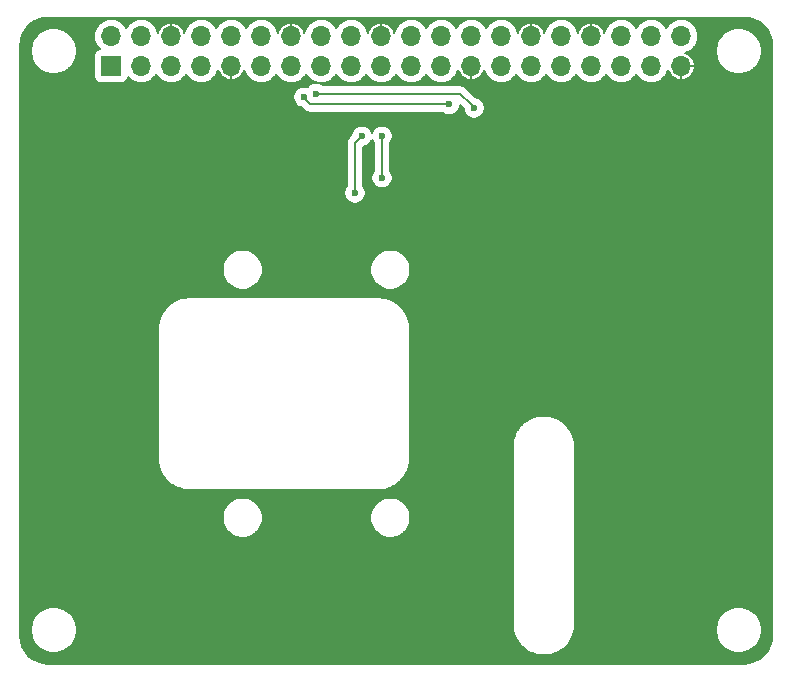
<source format=gbl>
G04 #@! TF.GenerationSoftware,KiCad,Pcbnew,(5.1.0)-1*
G04 #@! TF.CreationDate,2019-03-23T08:59:44+11:00*
G04 #@! TF.ProjectId,VeinCamHat,5665696e-4361-46d4-9861-742e6b696361,rev?*
G04 #@! TF.SameCoordinates,Original*
G04 #@! TF.FileFunction,Copper,L2,Bot*
G04 #@! TF.FilePolarity,Positive*
%FSLAX46Y46*%
G04 Gerber Fmt 4.6, Leading zero omitted, Abs format (unit mm)*
G04 Created by KiCad (PCBNEW (5.1.0)-1) date 2019-03-23 08:59:44*
%MOMM*%
%LPD*%
G04 APERTURE LIST*
%ADD10R,1.700000X1.700000*%
%ADD11O,1.700000X1.700000*%
%ADD12C,0.600000*%
%ADD13C,0.200000*%
G04 APERTURE END LIST*
D10*
X208370000Y-98770000D03*
D11*
X208370000Y-96230000D03*
X210910000Y-98770000D03*
X210910000Y-96230000D03*
X213450000Y-98770000D03*
X213450000Y-96230000D03*
X215990000Y-98770000D03*
X215990000Y-96230000D03*
X218530000Y-98770000D03*
X218530000Y-96230000D03*
X221070000Y-98770000D03*
X221070000Y-96230000D03*
X223610000Y-98770000D03*
X223610000Y-96230000D03*
X226150000Y-98770000D03*
X226150000Y-96230000D03*
X228690000Y-98770000D03*
X228690000Y-96230000D03*
X231230000Y-98770000D03*
X231230000Y-96230000D03*
X233770000Y-98770000D03*
X233770000Y-96230000D03*
X236310000Y-98770000D03*
X236310000Y-96230000D03*
X238850000Y-98770000D03*
X238850000Y-96230000D03*
X241390000Y-98770000D03*
X241390000Y-96230000D03*
X243930000Y-98770000D03*
X243930000Y-96230000D03*
X246470000Y-98770000D03*
X246470000Y-96230000D03*
X249010000Y-98770000D03*
X249010000Y-96230000D03*
X251550000Y-98770000D03*
X251550000Y-96230000D03*
X254090000Y-98770000D03*
X254090000Y-96230000D03*
X256630000Y-98770000D03*
X256630000Y-96230000D03*
D12*
X234000000Y-109800000D03*
X235600000Y-111500000D03*
X234300000Y-112700000D03*
X231900000Y-112000000D03*
X230000000Y-108400000D03*
X227000000Y-108600000D03*
X260000000Y-105000000D03*
X260000000Y-115000000D03*
X260000000Y-125000000D03*
X260000000Y-135000000D03*
X250000000Y-120000000D03*
X250000000Y-130000000D03*
X250000000Y-140000000D03*
X250000000Y-110000000D03*
X240000000Y-105000000D03*
X240000000Y-145000000D03*
X210000000Y-105000000D03*
X207400000Y-148100000D03*
X219400000Y-148300000D03*
X237000000Y-102000000D03*
X224700000Y-101400000D03*
X225700000Y-101100000D03*
X239100000Y-102300002D03*
X229600000Y-104700000D03*
X229000005Y-109500000D03*
X231300000Y-104700000D03*
X231299987Y-108200013D03*
D13*
X236575736Y-102000000D02*
X237000000Y-102000000D01*
X225200000Y-102000000D02*
X224700000Y-101500000D01*
X224700000Y-101500000D02*
X224700000Y-101400000D01*
X237000000Y-102000000D02*
X225200000Y-102000000D01*
X237899998Y-101100000D02*
X238800001Y-102000003D01*
X238800001Y-102000003D02*
X239100000Y-102300002D01*
X225700000Y-101100000D02*
X237899998Y-101100000D01*
X229000005Y-105299995D02*
X229000005Y-109075736D01*
X229000005Y-109075736D02*
X229000005Y-109500000D01*
X229600000Y-104700000D02*
X229000005Y-105299995D01*
X231300000Y-104700000D02*
X231300000Y-108199988D01*
G36*
X262455846Y-94697814D02*
G01*
X262894331Y-94830200D01*
X263298745Y-95045230D01*
X263653695Y-95334722D01*
X263945654Y-95687638D01*
X264163504Y-96090545D01*
X264298949Y-96528097D01*
X264350001Y-97013822D01*
X264350000Y-146968207D01*
X264302186Y-147455846D01*
X264169800Y-147894329D01*
X263954769Y-148298745D01*
X263665279Y-148653695D01*
X263312362Y-148945654D01*
X262909455Y-149163504D01*
X262471904Y-149298949D01*
X261986187Y-149350000D01*
X203031793Y-149350000D01*
X202544154Y-149302186D01*
X202105671Y-149169800D01*
X201701255Y-148954769D01*
X201346305Y-148665279D01*
X201054346Y-148312362D01*
X200836496Y-147909455D01*
X200701051Y-147471904D01*
X200650000Y-146986187D01*
X200650000Y-146307942D01*
X201550000Y-146307942D01*
X201550000Y-146692058D01*
X201624938Y-147068794D01*
X201771933Y-147423671D01*
X201985336Y-147743052D01*
X202256948Y-148014664D01*
X202576329Y-148228067D01*
X202931206Y-148375062D01*
X203307942Y-148450000D01*
X203692058Y-148450000D01*
X204068794Y-148375062D01*
X204423671Y-148228067D01*
X204743052Y-148014664D01*
X205014664Y-147743052D01*
X205228067Y-147423671D01*
X205375062Y-147068794D01*
X205450000Y-146692058D01*
X205450000Y-146307942D01*
X205395098Y-146031931D01*
X242350000Y-146031931D01*
X242353297Y-146065406D01*
X242353297Y-146091354D01*
X242354246Y-146100379D01*
X242397756Y-146488278D01*
X242410005Y-146545904D01*
X242421447Y-146603693D01*
X242424130Y-146612358D01*
X242424131Y-146612364D01*
X242424133Y-146612370D01*
X242542155Y-146984423D01*
X242565344Y-147038528D01*
X242587813Y-147093042D01*
X242592130Y-147101024D01*
X242780174Y-147443075D01*
X242813469Y-147491701D01*
X242846059Y-147540754D01*
X242851840Y-147547741D01*
X242851844Y-147547747D01*
X242851849Y-147547752D01*
X243102744Y-147846757D01*
X243144820Y-147887961D01*
X243186347Y-147929779D01*
X243193380Y-147935515D01*
X243497582Y-148180099D01*
X243546871Y-148212353D01*
X243595718Y-148245301D01*
X243603727Y-148249558D01*
X243603731Y-148249561D01*
X243603735Y-148249563D01*
X243949644Y-148430400D01*
X244004263Y-148452468D01*
X244058576Y-148475299D01*
X244067264Y-148477922D01*
X244441714Y-148588129D01*
X244499587Y-148599169D01*
X244557295Y-148611015D01*
X244566323Y-148611900D01*
X244566327Y-148611900D01*
X244955053Y-148647276D01*
X245013964Y-148646865D01*
X245072875Y-148647276D01*
X245081907Y-148646390D01*
X245470100Y-148605589D01*
X245527804Y-148593744D01*
X245585678Y-148582704D01*
X245594366Y-148580081D01*
X245967241Y-148464657D01*
X246021550Y-148441828D01*
X246076173Y-148419759D01*
X246084186Y-148415498D01*
X246427541Y-148229847D01*
X246476371Y-148196911D01*
X246525680Y-148164644D01*
X246532712Y-148158908D01*
X246833467Y-147910101D01*
X246874974Y-147868303D01*
X246917070Y-147827080D01*
X246922855Y-147820087D01*
X247169555Y-147517603D01*
X247202150Y-147468543D01*
X247235441Y-147419923D01*
X247239758Y-147411940D01*
X247423007Y-147067299D01*
X247445443Y-147012865D01*
X247468667Y-146958681D01*
X247471350Y-146950011D01*
X247584168Y-146576340D01*
X247595615Y-146518530D01*
X247607859Y-146460924D01*
X247608808Y-146451898D01*
X247622923Y-146307942D01*
X259550000Y-146307942D01*
X259550000Y-146692058D01*
X259624938Y-147068794D01*
X259771933Y-147423671D01*
X259985336Y-147743052D01*
X260256948Y-148014664D01*
X260576329Y-148228067D01*
X260931206Y-148375062D01*
X261307942Y-148450000D01*
X261692058Y-148450000D01*
X262068794Y-148375062D01*
X262423671Y-148228067D01*
X262743052Y-148014664D01*
X263014664Y-147743052D01*
X263228067Y-147423671D01*
X263375062Y-147068794D01*
X263450000Y-146692058D01*
X263450000Y-146307942D01*
X263375062Y-145931206D01*
X263228067Y-145576329D01*
X263014664Y-145256948D01*
X262743052Y-144985336D01*
X262423671Y-144771933D01*
X262068794Y-144624938D01*
X261692058Y-144550000D01*
X261307942Y-144550000D01*
X260931206Y-144624938D01*
X260576329Y-144771933D01*
X260256948Y-144985336D01*
X259985336Y-145256948D01*
X259771933Y-145576329D01*
X259624938Y-145931206D01*
X259550000Y-146307942D01*
X247622923Y-146307942D01*
X247646898Y-146063429D01*
X247646898Y-146063427D01*
X247650000Y-146031932D01*
X247650000Y-130968068D01*
X247646703Y-130934593D01*
X247646703Y-130908647D01*
X247645754Y-130899621D01*
X247602244Y-130511722D01*
X247589997Y-130454103D01*
X247578553Y-130396307D01*
X247575869Y-130387638D01*
X247457845Y-130015577D01*
X247434650Y-129961459D01*
X247412187Y-129906959D01*
X247407870Y-129898976D01*
X247219826Y-129556926D01*
X247186554Y-129508333D01*
X247153941Y-129459246D01*
X247148156Y-129452254D01*
X246897256Y-129153243D01*
X246855180Y-129112039D01*
X246813653Y-129070221D01*
X246806626Y-129064491D01*
X246806620Y-129064485D01*
X246806613Y-129064481D01*
X246502419Y-128819901D01*
X246453117Y-128787639D01*
X246404281Y-128754699D01*
X246396273Y-128750442D01*
X246396269Y-128750439D01*
X246396265Y-128750437D01*
X246050355Y-128569600D01*
X245995748Y-128547537D01*
X245941423Y-128524701D01*
X245932735Y-128522078D01*
X245558286Y-128411871D01*
X245500405Y-128400830D01*
X245442704Y-128388985D01*
X245433678Y-128388101D01*
X245433675Y-128388100D01*
X245433672Y-128388100D01*
X245044947Y-128352724D01*
X244986036Y-128353135D01*
X244927125Y-128352724D01*
X244918093Y-128353610D01*
X244918091Y-128353610D01*
X244529900Y-128394411D01*
X244472203Y-128406254D01*
X244414321Y-128417296D01*
X244405634Y-128419919D01*
X244032759Y-128535343D01*
X243978479Y-128558160D01*
X243923827Y-128580241D01*
X243915814Y-128584502D01*
X243572459Y-128770153D01*
X243523629Y-128803089D01*
X243474320Y-128835356D01*
X243467287Y-128841092D01*
X243166533Y-129089899D01*
X243125026Y-129131697D01*
X243082930Y-129172920D01*
X243077145Y-129179913D01*
X242830444Y-129482398D01*
X242797846Y-129531462D01*
X242764558Y-129580077D01*
X242760242Y-129588060D01*
X242576992Y-129932702D01*
X242554554Y-129987140D01*
X242531333Y-130041320D01*
X242528650Y-130049989D01*
X242415832Y-130423661D01*
X242404387Y-130481463D01*
X242392141Y-130539076D01*
X242391192Y-130548102D01*
X242353102Y-130936571D01*
X242353102Y-130936583D01*
X242350001Y-130968068D01*
X242350000Y-146031931D01*
X205395098Y-146031931D01*
X205375062Y-145931206D01*
X205228067Y-145576329D01*
X205014664Y-145256948D01*
X204743052Y-144985336D01*
X204423671Y-144771933D01*
X204068794Y-144624938D01*
X203692058Y-144550000D01*
X203307942Y-144550000D01*
X202931206Y-144624938D01*
X202576329Y-144771933D01*
X202256948Y-144985336D01*
X201985336Y-145256948D01*
X201771933Y-145576329D01*
X201624938Y-145931206D01*
X201550000Y-146307942D01*
X200650000Y-146307942D01*
X200650000Y-136832565D01*
X217800000Y-136832565D01*
X217800000Y-137167435D01*
X217865330Y-137495872D01*
X217993479Y-137805252D01*
X218179523Y-138083687D01*
X218416313Y-138320477D01*
X218694748Y-138506521D01*
X219004128Y-138634670D01*
X219332565Y-138700000D01*
X219667435Y-138700000D01*
X219995872Y-138634670D01*
X220305252Y-138506521D01*
X220583687Y-138320477D01*
X220820477Y-138083687D01*
X221006521Y-137805252D01*
X221134670Y-137495872D01*
X221200000Y-137167435D01*
X221200000Y-136832565D01*
X230300000Y-136832565D01*
X230300000Y-137167435D01*
X230365330Y-137495872D01*
X230493479Y-137805252D01*
X230679523Y-138083687D01*
X230916313Y-138320477D01*
X231194748Y-138506521D01*
X231504128Y-138634670D01*
X231832565Y-138700000D01*
X232167435Y-138700000D01*
X232495872Y-138634670D01*
X232805252Y-138506521D01*
X233083687Y-138320477D01*
X233320477Y-138083687D01*
X233506521Y-137805252D01*
X233634670Y-137495872D01*
X233700000Y-137167435D01*
X233700000Y-136832565D01*
X233634670Y-136504128D01*
X233506521Y-136194748D01*
X233320477Y-135916313D01*
X233083687Y-135679523D01*
X232805252Y-135493479D01*
X232495872Y-135365330D01*
X232167435Y-135300000D01*
X231832565Y-135300000D01*
X231504128Y-135365330D01*
X231194748Y-135493479D01*
X230916313Y-135679523D01*
X230679523Y-135916313D01*
X230493479Y-136194748D01*
X230365330Y-136504128D01*
X230300000Y-136832565D01*
X221200000Y-136832565D01*
X221134670Y-136504128D01*
X221006521Y-136194748D01*
X220820477Y-135916313D01*
X220583687Y-135679523D01*
X220305252Y-135493479D01*
X219995872Y-135365330D01*
X219667435Y-135300000D01*
X219332565Y-135300000D01*
X219004128Y-135365330D01*
X218694748Y-135493479D01*
X218416313Y-135679523D01*
X218179523Y-135916313D01*
X217993479Y-136194748D01*
X217865330Y-136504128D01*
X217800000Y-136832565D01*
X200650000Y-136832565D01*
X200650000Y-120966842D01*
X212325000Y-120966842D01*
X212325001Y-132033159D01*
X212327914Y-132062730D01*
X212327827Y-132075141D01*
X212328747Y-132084520D01*
X212369548Y-132472713D01*
X212381847Y-132532630D01*
X212393313Y-132592737D01*
X212396037Y-132601759D01*
X212511461Y-132974634D01*
X212535178Y-133031053D01*
X212558087Y-133087756D01*
X212562511Y-133096077D01*
X212748162Y-133439432D01*
X212782377Y-133490158D01*
X212815873Y-133541345D01*
X212821829Y-133548648D01*
X213070636Y-133849403D01*
X213114056Y-133892520D01*
X213156851Y-133936221D01*
X213164112Y-133942228D01*
X213466597Y-134188929D01*
X213517530Y-134222769D01*
X213568033Y-134257349D01*
X213576323Y-134261831D01*
X213920964Y-134445081D01*
X213977510Y-134468388D01*
X214033760Y-134492496D01*
X214042763Y-134495283D01*
X214416434Y-134608101D01*
X214476481Y-134619991D01*
X214536289Y-134632703D01*
X214545651Y-134633687D01*
X214545662Y-134633689D01*
X214545672Y-134633689D01*
X214933496Y-134671716D01*
X214966841Y-134675000D01*
X231033159Y-134675000D01*
X231062740Y-134672086D01*
X231075141Y-134672173D01*
X231084520Y-134671253D01*
X231472713Y-134630452D01*
X231532630Y-134618153D01*
X231592737Y-134606687D01*
X231601759Y-134603963D01*
X231974634Y-134488539D01*
X232031053Y-134464822D01*
X232087756Y-134441913D01*
X232096077Y-134437489D01*
X232439432Y-134251838D01*
X232490158Y-134217623D01*
X232541345Y-134184127D01*
X232548648Y-134178171D01*
X232849403Y-133929364D01*
X232892520Y-133885944D01*
X232936221Y-133843149D01*
X232942228Y-133835888D01*
X233188929Y-133533403D01*
X233222769Y-133482470D01*
X233257349Y-133431967D01*
X233261831Y-133423677D01*
X233445081Y-133079036D01*
X233468388Y-133022490D01*
X233492496Y-132966240D01*
X233495283Y-132957237D01*
X233608101Y-132583566D01*
X233619991Y-132523519D01*
X233632703Y-132463711D01*
X233633687Y-132454349D01*
X233633689Y-132454338D01*
X233633689Y-132454328D01*
X233671778Y-132065869D01*
X233675000Y-132033159D01*
X233675000Y-120966841D01*
X233672086Y-120937260D01*
X233672173Y-120924859D01*
X233671253Y-120915480D01*
X233630452Y-120527287D01*
X233618154Y-120467376D01*
X233606687Y-120407263D01*
X233603963Y-120398241D01*
X233488539Y-120025366D01*
X233464822Y-119968947D01*
X233441913Y-119912244D01*
X233437489Y-119903923D01*
X233251838Y-119560568D01*
X233217633Y-119509857D01*
X233184127Y-119458655D01*
X233178171Y-119451352D01*
X232929364Y-119150597D01*
X232885944Y-119107480D01*
X232843149Y-119063779D01*
X232835888Y-119057771D01*
X232533403Y-118811071D01*
X232482447Y-118777216D01*
X232431967Y-118742651D01*
X232423685Y-118738173D01*
X232423677Y-118738168D01*
X232423669Y-118738165D01*
X232079035Y-118554919D01*
X232022461Y-118531600D01*
X231966239Y-118507504D01*
X231957245Y-118504719D01*
X231957239Y-118504717D01*
X231957233Y-118504716D01*
X231583565Y-118391899D01*
X231523532Y-118380012D01*
X231463711Y-118367297D01*
X231454347Y-118366313D01*
X231454337Y-118366311D01*
X231454328Y-118366311D01*
X231066504Y-118328284D01*
X231033159Y-118325000D01*
X214966841Y-118325000D01*
X214937260Y-118327914D01*
X214924859Y-118327827D01*
X214915480Y-118328747D01*
X214527287Y-118369548D01*
X214467376Y-118381846D01*
X214407263Y-118393313D01*
X214398241Y-118396037D01*
X214025366Y-118511461D01*
X213968947Y-118535178D01*
X213912244Y-118558087D01*
X213903923Y-118562511D01*
X213560568Y-118748162D01*
X213509857Y-118782367D01*
X213458655Y-118815873D01*
X213451352Y-118821829D01*
X213150597Y-119070636D01*
X213107480Y-119114056D01*
X213063779Y-119156851D01*
X213057771Y-119164112D01*
X212811071Y-119466597D01*
X212777216Y-119517553D01*
X212742651Y-119568033D01*
X212738173Y-119576315D01*
X212738168Y-119576323D01*
X212738165Y-119576331D01*
X212554919Y-119920965D01*
X212531600Y-119977539D01*
X212507504Y-120033761D01*
X212504719Y-120042755D01*
X212504717Y-120042761D01*
X212504717Y-120042763D01*
X212391899Y-120416435D01*
X212380012Y-120476468D01*
X212367297Y-120536289D01*
X212366313Y-120545653D01*
X212366311Y-120545663D01*
X212366311Y-120545672D01*
X212328262Y-120933719D01*
X212325000Y-120966842D01*
X200650000Y-120966842D01*
X200650000Y-115832565D01*
X217800000Y-115832565D01*
X217800000Y-116167435D01*
X217865330Y-116495872D01*
X217993479Y-116805252D01*
X218179523Y-117083687D01*
X218416313Y-117320477D01*
X218694748Y-117506521D01*
X219004128Y-117634670D01*
X219332565Y-117700000D01*
X219667435Y-117700000D01*
X219995872Y-117634670D01*
X220305252Y-117506521D01*
X220583687Y-117320477D01*
X220820477Y-117083687D01*
X221006521Y-116805252D01*
X221134670Y-116495872D01*
X221200000Y-116167435D01*
X221200000Y-115832565D01*
X230300000Y-115832565D01*
X230300000Y-116167435D01*
X230365330Y-116495872D01*
X230493479Y-116805252D01*
X230679523Y-117083687D01*
X230916313Y-117320477D01*
X231194748Y-117506521D01*
X231504128Y-117634670D01*
X231832565Y-117700000D01*
X232167435Y-117700000D01*
X232495872Y-117634670D01*
X232805252Y-117506521D01*
X233083687Y-117320477D01*
X233320477Y-117083687D01*
X233506521Y-116805252D01*
X233634670Y-116495872D01*
X233700000Y-116167435D01*
X233700000Y-115832565D01*
X233634670Y-115504128D01*
X233506521Y-115194748D01*
X233320477Y-114916313D01*
X233083687Y-114679523D01*
X232805252Y-114493479D01*
X232495872Y-114365330D01*
X232167435Y-114300000D01*
X231832565Y-114300000D01*
X231504128Y-114365330D01*
X231194748Y-114493479D01*
X230916313Y-114679523D01*
X230679523Y-114916313D01*
X230493479Y-115194748D01*
X230365330Y-115504128D01*
X230300000Y-115832565D01*
X221200000Y-115832565D01*
X221134670Y-115504128D01*
X221006521Y-115194748D01*
X220820477Y-114916313D01*
X220583687Y-114679523D01*
X220305252Y-114493479D01*
X219995872Y-114365330D01*
X219667435Y-114300000D01*
X219332565Y-114300000D01*
X219004128Y-114365330D01*
X218694748Y-114493479D01*
X218416313Y-114679523D01*
X218179523Y-114916313D01*
X217993479Y-115194748D01*
X217865330Y-115504128D01*
X217800000Y-115832565D01*
X200650000Y-115832565D01*
X200650000Y-109411358D01*
X228100005Y-109411358D01*
X228100005Y-109588642D01*
X228134591Y-109762520D01*
X228202435Y-109926310D01*
X228300929Y-110073717D01*
X228426288Y-110199076D01*
X228573695Y-110297570D01*
X228737485Y-110365414D01*
X228911363Y-110400000D01*
X229088647Y-110400000D01*
X229262525Y-110365414D01*
X229426315Y-110297570D01*
X229573722Y-110199076D01*
X229699081Y-110073717D01*
X229797575Y-109926310D01*
X229865419Y-109762520D01*
X229900005Y-109588642D01*
X229900005Y-109411358D01*
X229865419Y-109237480D01*
X229797575Y-109073690D01*
X229700005Y-108927666D01*
X229700005Y-105597740D01*
X229862520Y-105565414D01*
X230026310Y-105497570D01*
X230173717Y-105399076D01*
X230299076Y-105273717D01*
X230397570Y-105126310D01*
X230450000Y-104999733D01*
X230502430Y-105126310D01*
X230600000Y-105272334D01*
X230600001Y-107627658D01*
X230502417Y-107773703D01*
X230434573Y-107937493D01*
X230399987Y-108111371D01*
X230399987Y-108288655D01*
X230434573Y-108462533D01*
X230502417Y-108626323D01*
X230600911Y-108773730D01*
X230726270Y-108899089D01*
X230873677Y-108997583D01*
X231037467Y-109065427D01*
X231211345Y-109100013D01*
X231388629Y-109100013D01*
X231562507Y-109065427D01*
X231726297Y-108997583D01*
X231873704Y-108899089D01*
X231999063Y-108773730D01*
X232097557Y-108626323D01*
X232165401Y-108462533D01*
X232199987Y-108288655D01*
X232199987Y-108111371D01*
X232165401Y-107937493D01*
X232097557Y-107773703D01*
X232000000Y-107627698D01*
X232000000Y-105272334D01*
X232097570Y-105126310D01*
X232165414Y-104962520D01*
X232200000Y-104788642D01*
X232200000Y-104611358D01*
X232165414Y-104437480D01*
X232097570Y-104273690D01*
X231999076Y-104126283D01*
X231873717Y-104000924D01*
X231726310Y-103902430D01*
X231562520Y-103834586D01*
X231388642Y-103800000D01*
X231211358Y-103800000D01*
X231037480Y-103834586D01*
X230873690Y-103902430D01*
X230726283Y-104000924D01*
X230600924Y-104126283D01*
X230502430Y-104273690D01*
X230450000Y-104400267D01*
X230397570Y-104273690D01*
X230299076Y-104126283D01*
X230173717Y-104000924D01*
X230026310Y-103902430D01*
X229862520Y-103834586D01*
X229688642Y-103800000D01*
X229511358Y-103800000D01*
X229337480Y-103834586D01*
X229173690Y-103902430D01*
X229026283Y-104000924D01*
X228900924Y-104126283D01*
X228802430Y-104273690D01*
X228734586Y-104437480D01*
X228700325Y-104609726D01*
X228529347Y-104780704D01*
X228502635Y-104802626D01*
X228480714Y-104829337D01*
X228480713Y-104829338D01*
X228415160Y-104909214D01*
X228350161Y-105030820D01*
X228350160Y-105030821D01*
X228310133Y-105162772D01*
X228300005Y-105265605D01*
X228296618Y-105299995D01*
X228300005Y-105334382D01*
X228300006Y-108927664D01*
X228202435Y-109073690D01*
X228134591Y-109237480D01*
X228100005Y-109411358D01*
X200650000Y-109411358D01*
X200650000Y-101311358D01*
X223800000Y-101311358D01*
X223800000Y-101488642D01*
X223834586Y-101662520D01*
X223902430Y-101826310D01*
X224000924Y-101973717D01*
X224126283Y-102099076D01*
X224273690Y-102197570D01*
X224437480Y-102265414D01*
X224484896Y-102274845D01*
X224680708Y-102470658D01*
X224702630Y-102497370D01*
X224729341Y-102519291D01*
X224729342Y-102519292D01*
X224782018Y-102562522D01*
X224809219Y-102584845D01*
X224930825Y-102649845D01*
X225062776Y-102689872D01*
X225165610Y-102700000D01*
X225165613Y-102700000D01*
X225200000Y-102703387D01*
X225234387Y-102700000D01*
X236427666Y-102700000D01*
X236573690Y-102797570D01*
X236737480Y-102865414D01*
X236911358Y-102900000D01*
X237088642Y-102900000D01*
X237262520Y-102865414D01*
X237426310Y-102797570D01*
X237573717Y-102699076D01*
X237699076Y-102573717D01*
X237797570Y-102426310D01*
X237865414Y-102262520D01*
X237899783Y-102089734D01*
X238200325Y-102390276D01*
X238234586Y-102562522D01*
X238302430Y-102726312D01*
X238400924Y-102873719D01*
X238526283Y-102999078D01*
X238673690Y-103097572D01*
X238837480Y-103165416D01*
X239011358Y-103200002D01*
X239188642Y-103200002D01*
X239362520Y-103165416D01*
X239526310Y-103097572D01*
X239673717Y-102999078D01*
X239799076Y-102873719D01*
X239897570Y-102726312D01*
X239965414Y-102562522D01*
X240000000Y-102388644D01*
X240000000Y-102211360D01*
X239965414Y-102037482D01*
X239897570Y-101873692D01*
X239799076Y-101726285D01*
X239673717Y-101600926D01*
X239526310Y-101502432D01*
X239362520Y-101434588D01*
X239190274Y-101400327D01*
X238419294Y-100629347D01*
X238397368Y-100602630D01*
X238290779Y-100515155D01*
X238169173Y-100450155D01*
X238037222Y-100410128D01*
X237934388Y-100400000D01*
X237934385Y-100400000D01*
X237899998Y-100396613D01*
X237865611Y-100400000D01*
X226272334Y-100400000D01*
X226126310Y-100302430D01*
X225962520Y-100234586D01*
X225788642Y-100200000D01*
X225611358Y-100200000D01*
X225437480Y-100234586D01*
X225273690Y-100302430D01*
X225126283Y-100400924D01*
X225000924Y-100526283D01*
X224988254Y-100545245D01*
X224962520Y-100534586D01*
X224788642Y-100500000D01*
X224611358Y-100500000D01*
X224437480Y-100534586D01*
X224273690Y-100602430D01*
X224126283Y-100700924D01*
X224000924Y-100826283D01*
X223902430Y-100973690D01*
X223834586Y-101137480D01*
X223800000Y-101311358D01*
X200650000Y-101311358D01*
X200650000Y-97307942D01*
X201550000Y-97307942D01*
X201550000Y-97692058D01*
X201624938Y-98068794D01*
X201771933Y-98423671D01*
X201985336Y-98743052D01*
X202256948Y-99014664D01*
X202576329Y-99228067D01*
X202931206Y-99375062D01*
X203307942Y-99450000D01*
X203692058Y-99450000D01*
X204068794Y-99375062D01*
X204423671Y-99228067D01*
X204743052Y-99014664D01*
X205014664Y-98743052D01*
X205228067Y-98423671D01*
X205375062Y-98068794D01*
X205450000Y-97692058D01*
X205450000Y-97307942D01*
X205375062Y-96931206D01*
X205228067Y-96576329D01*
X205014664Y-96256948D01*
X204987716Y-96230000D01*
X206912985Y-96230000D01*
X206940981Y-96514250D01*
X207023894Y-96787576D01*
X207158536Y-97039474D01*
X207339735Y-97260265D01*
X207420881Y-97326860D01*
X207402379Y-97328682D01*
X207289279Y-97362990D01*
X207185045Y-97418704D01*
X207093683Y-97493683D01*
X207018704Y-97585045D01*
X206962990Y-97689279D01*
X206928682Y-97802379D01*
X206917097Y-97920000D01*
X206917097Y-99620000D01*
X206928682Y-99737621D01*
X206962990Y-99850721D01*
X207018704Y-99954955D01*
X207093683Y-100046317D01*
X207185045Y-100121296D01*
X207289279Y-100177010D01*
X207402379Y-100211318D01*
X207520000Y-100222903D01*
X209220000Y-100222903D01*
X209337621Y-100211318D01*
X209450721Y-100177010D01*
X209554955Y-100121296D01*
X209646317Y-100046317D01*
X209721296Y-99954955D01*
X209777010Y-99850721D01*
X209811318Y-99737621D01*
X209813140Y-99719119D01*
X209879735Y-99800265D01*
X210100526Y-99981464D01*
X210352424Y-100116106D01*
X210625750Y-100199019D01*
X210838775Y-100220000D01*
X210981225Y-100220000D01*
X211194250Y-100199019D01*
X211467576Y-100116106D01*
X211719474Y-99981464D01*
X211940265Y-99800265D01*
X212121464Y-99579474D01*
X212180000Y-99469961D01*
X212238536Y-99579474D01*
X212419735Y-99800265D01*
X212640526Y-99981464D01*
X212892424Y-100116106D01*
X213165750Y-100199019D01*
X213378775Y-100220000D01*
X213521225Y-100220000D01*
X213734250Y-100199019D01*
X214007576Y-100116106D01*
X214259474Y-99981464D01*
X214480265Y-99800265D01*
X214661464Y-99579474D01*
X214720000Y-99469961D01*
X214778536Y-99579474D01*
X214959735Y-99800265D01*
X215180526Y-99981464D01*
X215432424Y-100116106D01*
X215705750Y-100199019D01*
X215918775Y-100220000D01*
X216061225Y-100220000D01*
X216274250Y-100199019D01*
X216547576Y-100116106D01*
X216799474Y-99981464D01*
X217020265Y-99800265D01*
X217201464Y-99579474D01*
X217336106Y-99327576D01*
X217414775Y-99068242D01*
X217443439Y-99176183D01*
X217543559Y-99380356D01*
X217681588Y-99561073D01*
X217852221Y-99711390D01*
X218048900Y-99825530D01*
X218264068Y-99899106D01*
X218343599Y-99914925D01*
X218525000Y-99852488D01*
X218525000Y-98775000D01*
X218505000Y-98775000D01*
X218505000Y-98765000D01*
X218525000Y-98765000D01*
X218525000Y-98745000D01*
X218535000Y-98745000D01*
X218535000Y-98765000D01*
X218555000Y-98765000D01*
X218555000Y-98775000D01*
X218535000Y-98775000D01*
X218535000Y-99852488D01*
X218716401Y-99914925D01*
X218795932Y-99899106D01*
X219011100Y-99825530D01*
X219207779Y-99711390D01*
X219378412Y-99561073D01*
X219516441Y-99380356D01*
X219616561Y-99176183D01*
X219645225Y-99068242D01*
X219723894Y-99327576D01*
X219858536Y-99579474D01*
X220039735Y-99800265D01*
X220260526Y-99981464D01*
X220512424Y-100116106D01*
X220785750Y-100199019D01*
X220998775Y-100220000D01*
X221141225Y-100220000D01*
X221354250Y-100199019D01*
X221627576Y-100116106D01*
X221879474Y-99981464D01*
X222100265Y-99800265D01*
X222281464Y-99579474D01*
X222340000Y-99469961D01*
X222398536Y-99579474D01*
X222579735Y-99800265D01*
X222800526Y-99981464D01*
X223052424Y-100116106D01*
X223325750Y-100199019D01*
X223538775Y-100220000D01*
X223681225Y-100220000D01*
X223894250Y-100199019D01*
X224167576Y-100116106D01*
X224419474Y-99981464D01*
X224640265Y-99800265D01*
X224821464Y-99579474D01*
X224880000Y-99469961D01*
X224938536Y-99579474D01*
X225119735Y-99800265D01*
X225340526Y-99981464D01*
X225592424Y-100116106D01*
X225865750Y-100199019D01*
X226078775Y-100220000D01*
X226221225Y-100220000D01*
X226434250Y-100199019D01*
X226707576Y-100116106D01*
X226959474Y-99981464D01*
X227180265Y-99800265D01*
X227361464Y-99579474D01*
X227420000Y-99469961D01*
X227478536Y-99579474D01*
X227659735Y-99800265D01*
X227880526Y-99981464D01*
X228132424Y-100116106D01*
X228405750Y-100199019D01*
X228618775Y-100220000D01*
X228761225Y-100220000D01*
X228974250Y-100199019D01*
X229247576Y-100116106D01*
X229499474Y-99981464D01*
X229720265Y-99800265D01*
X229901464Y-99579474D01*
X229960000Y-99469961D01*
X230018536Y-99579474D01*
X230199735Y-99800265D01*
X230420526Y-99981464D01*
X230672424Y-100116106D01*
X230945750Y-100199019D01*
X231158775Y-100220000D01*
X231301225Y-100220000D01*
X231514250Y-100199019D01*
X231787576Y-100116106D01*
X232039474Y-99981464D01*
X232260265Y-99800265D01*
X232441464Y-99579474D01*
X232500000Y-99469961D01*
X232558536Y-99579474D01*
X232739735Y-99800265D01*
X232960526Y-99981464D01*
X233212424Y-100116106D01*
X233485750Y-100199019D01*
X233698775Y-100220000D01*
X233841225Y-100220000D01*
X234054250Y-100199019D01*
X234327576Y-100116106D01*
X234579474Y-99981464D01*
X234800265Y-99800265D01*
X234981464Y-99579474D01*
X235040000Y-99469961D01*
X235098536Y-99579474D01*
X235279735Y-99800265D01*
X235500526Y-99981464D01*
X235752424Y-100116106D01*
X236025750Y-100199019D01*
X236238775Y-100220000D01*
X236381225Y-100220000D01*
X236594250Y-100199019D01*
X236867576Y-100116106D01*
X237119474Y-99981464D01*
X237340265Y-99800265D01*
X237521464Y-99579474D01*
X237656106Y-99327576D01*
X237734775Y-99068242D01*
X237763439Y-99176183D01*
X237863559Y-99380356D01*
X238001588Y-99561073D01*
X238172221Y-99711390D01*
X238368900Y-99825530D01*
X238584068Y-99899106D01*
X238663599Y-99914925D01*
X238845000Y-99852488D01*
X238845000Y-98775000D01*
X238825000Y-98775000D01*
X238825000Y-98765000D01*
X238845000Y-98765000D01*
X238845000Y-98745000D01*
X238855000Y-98745000D01*
X238855000Y-98765000D01*
X238875000Y-98765000D01*
X238875000Y-98775000D01*
X238855000Y-98775000D01*
X238855000Y-99852488D01*
X239036401Y-99914925D01*
X239115932Y-99899106D01*
X239331100Y-99825530D01*
X239527779Y-99711390D01*
X239698412Y-99561073D01*
X239836441Y-99380356D01*
X239936561Y-99176183D01*
X239965225Y-99068242D01*
X240043894Y-99327576D01*
X240178536Y-99579474D01*
X240359735Y-99800265D01*
X240580526Y-99981464D01*
X240832424Y-100116106D01*
X241105750Y-100199019D01*
X241318775Y-100220000D01*
X241461225Y-100220000D01*
X241674250Y-100199019D01*
X241947576Y-100116106D01*
X242199474Y-99981464D01*
X242420265Y-99800265D01*
X242601464Y-99579474D01*
X242660000Y-99469961D01*
X242718536Y-99579474D01*
X242899735Y-99800265D01*
X243120526Y-99981464D01*
X243372424Y-100116106D01*
X243645750Y-100199019D01*
X243858775Y-100220000D01*
X244001225Y-100220000D01*
X244214250Y-100199019D01*
X244487576Y-100116106D01*
X244739474Y-99981464D01*
X244960265Y-99800265D01*
X245141464Y-99579474D01*
X245200000Y-99469961D01*
X245258536Y-99579474D01*
X245439735Y-99800265D01*
X245660526Y-99981464D01*
X245912424Y-100116106D01*
X246185750Y-100199019D01*
X246398775Y-100220000D01*
X246541225Y-100220000D01*
X246754250Y-100199019D01*
X247027576Y-100116106D01*
X247279474Y-99981464D01*
X247500265Y-99800265D01*
X247681464Y-99579474D01*
X247740000Y-99469961D01*
X247798536Y-99579474D01*
X247979735Y-99800265D01*
X248200526Y-99981464D01*
X248452424Y-100116106D01*
X248725750Y-100199019D01*
X248938775Y-100220000D01*
X249081225Y-100220000D01*
X249294250Y-100199019D01*
X249567576Y-100116106D01*
X249819474Y-99981464D01*
X250040265Y-99800265D01*
X250221464Y-99579474D01*
X250280000Y-99469961D01*
X250338536Y-99579474D01*
X250519735Y-99800265D01*
X250740526Y-99981464D01*
X250992424Y-100116106D01*
X251265750Y-100199019D01*
X251478775Y-100220000D01*
X251621225Y-100220000D01*
X251834250Y-100199019D01*
X252107576Y-100116106D01*
X252359474Y-99981464D01*
X252580265Y-99800265D01*
X252761464Y-99579474D01*
X252820000Y-99469961D01*
X252878536Y-99579474D01*
X253059735Y-99800265D01*
X253280526Y-99981464D01*
X253532424Y-100116106D01*
X253805750Y-100199019D01*
X254018775Y-100220000D01*
X254161225Y-100220000D01*
X254374250Y-100199019D01*
X254647576Y-100116106D01*
X254899474Y-99981464D01*
X255120265Y-99800265D01*
X255301464Y-99579474D01*
X255436106Y-99327576D01*
X255514775Y-99068242D01*
X255543439Y-99176183D01*
X255643559Y-99380356D01*
X255781588Y-99561073D01*
X255952221Y-99711390D01*
X256148900Y-99825530D01*
X256364068Y-99899106D01*
X256443599Y-99914925D01*
X256625000Y-99852488D01*
X256625000Y-98775000D01*
X256635000Y-98775000D01*
X256635000Y-99852488D01*
X256816401Y-99914925D01*
X256895932Y-99899106D01*
X257111100Y-99825530D01*
X257307779Y-99711390D01*
X257478412Y-99561073D01*
X257616441Y-99380356D01*
X257716561Y-99176183D01*
X257774925Y-98956401D01*
X257712489Y-98775000D01*
X256635000Y-98775000D01*
X256625000Y-98775000D01*
X256605000Y-98775000D01*
X256605000Y-98765000D01*
X256625000Y-98765000D01*
X256625000Y-98745000D01*
X256635000Y-98745000D01*
X256635000Y-98765000D01*
X257712489Y-98765000D01*
X257774925Y-98583599D01*
X257716561Y-98363817D01*
X257616441Y-98159644D01*
X257478412Y-97978927D01*
X257307779Y-97828610D01*
X257111100Y-97714470D01*
X256932631Y-97653443D01*
X257187576Y-97576106D01*
X257439474Y-97441464D01*
X257602170Y-97307942D01*
X259550000Y-97307942D01*
X259550000Y-97692058D01*
X259624938Y-98068794D01*
X259771933Y-98423671D01*
X259985336Y-98743052D01*
X260256948Y-99014664D01*
X260576329Y-99228067D01*
X260931206Y-99375062D01*
X261307942Y-99450000D01*
X261692058Y-99450000D01*
X262068794Y-99375062D01*
X262423671Y-99228067D01*
X262743052Y-99014664D01*
X263014664Y-98743052D01*
X263228067Y-98423671D01*
X263375062Y-98068794D01*
X263450000Y-97692058D01*
X263450000Y-97307942D01*
X263375062Y-96931206D01*
X263228067Y-96576329D01*
X263014664Y-96256948D01*
X262743052Y-95985336D01*
X262423671Y-95771933D01*
X262068794Y-95624938D01*
X261692058Y-95550000D01*
X261307942Y-95550000D01*
X260931206Y-95624938D01*
X260576329Y-95771933D01*
X260256948Y-95985336D01*
X259985336Y-96256948D01*
X259771933Y-96576329D01*
X259624938Y-96931206D01*
X259550000Y-97307942D01*
X257602170Y-97307942D01*
X257660265Y-97260265D01*
X257841464Y-97039474D01*
X257976106Y-96787576D01*
X258059019Y-96514250D01*
X258087015Y-96230000D01*
X258059019Y-95945750D01*
X257976106Y-95672424D01*
X257841464Y-95420526D01*
X257660265Y-95199735D01*
X257439474Y-95018536D01*
X257187576Y-94883894D01*
X256914250Y-94800981D01*
X256701225Y-94780000D01*
X256558775Y-94780000D01*
X256345750Y-94800981D01*
X256072424Y-94883894D01*
X255820526Y-95018536D01*
X255599735Y-95199735D01*
X255418536Y-95420526D01*
X255360000Y-95530039D01*
X255301464Y-95420526D01*
X255120265Y-95199735D01*
X254899474Y-95018536D01*
X254647576Y-94883894D01*
X254374250Y-94800981D01*
X254161225Y-94780000D01*
X254018775Y-94780000D01*
X253805750Y-94800981D01*
X253532424Y-94883894D01*
X253280526Y-95018536D01*
X253059735Y-95199735D01*
X252878536Y-95420526D01*
X252820000Y-95530039D01*
X252761464Y-95420526D01*
X252580265Y-95199735D01*
X252359474Y-95018536D01*
X252107576Y-94883894D01*
X251834250Y-94800981D01*
X251621225Y-94780000D01*
X251478775Y-94780000D01*
X251265750Y-94800981D01*
X250992424Y-94883894D01*
X250740526Y-95018536D01*
X250519735Y-95199735D01*
X250338536Y-95420526D01*
X250203894Y-95672424D01*
X250125225Y-95931758D01*
X250096561Y-95823817D01*
X249996441Y-95619644D01*
X249858412Y-95438927D01*
X249687779Y-95288610D01*
X249491100Y-95174470D01*
X249275932Y-95100894D01*
X249196401Y-95085075D01*
X249015000Y-95147512D01*
X249015000Y-96225000D01*
X249035000Y-96225000D01*
X249035000Y-96235000D01*
X249015000Y-96235000D01*
X249015000Y-96255000D01*
X249005000Y-96255000D01*
X249005000Y-96235000D01*
X248985000Y-96235000D01*
X248985000Y-96225000D01*
X249005000Y-96225000D01*
X249005000Y-95147512D01*
X248823599Y-95085075D01*
X248744068Y-95100894D01*
X248528900Y-95174470D01*
X248332221Y-95288610D01*
X248161588Y-95438927D01*
X248023559Y-95619644D01*
X247923439Y-95823817D01*
X247894775Y-95931758D01*
X247816106Y-95672424D01*
X247681464Y-95420526D01*
X247500265Y-95199735D01*
X247279474Y-95018536D01*
X247027576Y-94883894D01*
X246754250Y-94800981D01*
X246541225Y-94780000D01*
X246398775Y-94780000D01*
X246185750Y-94800981D01*
X245912424Y-94883894D01*
X245660526Y-95018536D01*
X245439735Y-95199735D01*
X245258536Y-95420526D01*
X245123894Y-95672424D01*
X245045225Y-95931758D01*
X245016561Y-95823817D01*
X244916441Y-95619644D01*
X244778412Y-95438927D01*
X244607779Y-95288610D01*
X244411100Y-95174470D01*
X244195932Y-95100894D01*
X244116401Y-95085075D01*
X243935000Y-95147512D01*
X243935000Y-96225000D01*
X243955000Y-96225000D01*
X243955000Y-96235000D01*
X243935000Y-96235000D01*
X243935000Y-96255000D01*
X243925000Y-96255000D01*
X243925000Y-96235000D01*
X243905000Y-96235000D01*
X243905000Y-96225000D01*
X243925000Y-96225000D01*
X243925000Y-95147512D01*
X243743599Y-95085075D01*
X243664068Y-95100894D01*
X243448900Y-95174470D01*
X243252221Y-95288610D01*
X243081588Y-95438927D01*
X242943559Y-95619644D01*
X242843439Y-95823817D01*
X242814775Y-95931758D01*
X242736106Y-95672424D01*
X242601464Y-95420526D01*
X242420265Y-95199735D01*
X242199474Y-95018536D01*
X241947576Y-94883894D01*
X241674250Y-94800981D01*
X241461225Y-94780000D01*
X241318775Y-94780000D01*
X241105750Y-94800981D01*
X240832424Y-94883894D01*
X240580526Y-95018536D01*
X240359735Y-95199735D01*
X240178536Y-95420526D01*
X240120000Y-95530039D01*
X240061464Y-95420526D01*
X239880265Y-95199735D01*
X239659474Y-95018536D01*
X239407576Y-94883894D01*
X239134250Y-94800981D01*
X238921225Y-94780000D01*
X238778775Y-94780000D01*
X238565750Y-94800981D01*
X238292424Y-94883894D01*
X238040526Y-95018536D01*
X237819735Y-95199735D01*
X237638536Y-95420526D01*
X237580000Y-95530039D01*
X237521464Y-95420526D01*
X237340265Y-95199735D01*
X237119474Y-95018536D01*
X236867576Y-94883894D01*
X236594250Y-94800981D01*
X236381225Y-94780000D01*
X236238775Y-94780000D01*
X236025750Y-94800981D01*
X235752424Y-94883894D01*
X235500526Y-95018536D01*
X235279735Y-95199735D01*
X235098536Y-95420526D01*
X235040000Y-95530039D01*
X234981464Y-95420526D01*
X234800265Y-95199735D01*
X234579474Y-95018536D01*
X234327576Y-94883894D01*
X234054250Y-94800981D01*
X233841225Y-94780000D01*
X233698775Y-94780000D01*
X233485750Y-94800981D01*
X233212424Y-94883894D01*
X232960526Y-95018536D01*
X232739735Y-95199735D01*
X232558536Y-95420526D01*
X232423894Y-95672424D01*
X232345225Y-95931758D01*
X232316561Y-95823817D01*
X232216441Y-95619644D01*
X232078412Y-95438927D01*
X231907779Y-95288610D01*
X231711100Y-95174470D01*
X231495932Y-95100894D01*
X231416401Y-95085075D01*
X231235000Y-95147512D01*
X231235000Y-96225000D01*
X231255000Y-96225000D01*
X231255000Y-96235000D01*
X231235000Y-96235000D01*
X231235000Y-96255000D01*
X231225000Y-96255000D01*
X231225000Y-96235000D01*
X231205000Y-96235000D01*
X231205000Y-96225000D01*
X231225000Y-96225000D01*
X231225000Y-95147512D01*
X231043599Y-95085075D01*
X230964068Y-95100894D01*
X230748900Y-95174470D01*
X230552221Y-95288610D01*
X230381588Y-95438927D01*
X230243559Y-95619644D01*
X230143439Y-95823817D01*
X230114775Y-95931758D01*
X230036106Y-95672424D01*
X229901464Y-95420526D01*
X229720265Y-95199735D01*
X229499474Y-95018536D01*
X229247576Y-94883894D01*
X228974250Y-94800981D01*
X228761225Y-94780000D01*
X228618775Y-94780000D01*
X228405750Y-94800981D01*
X228132424Y-94883894D01*
X227880526Y-95018536D01*
X227659735Y-95199735D01*
X227478536Y-95420526D01*
X227420000Y-95530039D01*
X227361464Y-95420526D01*
X227180265Y-95199735D01*
X226959474Y-95018536D01*
X226707576Y-94883894D01*
X226434250Y-94800981D01*
X226221225Y-94780000D01*
X226078775Y-94780000D01*
X225865750Y-94800981D01*
X225592424Y-94883894D01*
X225340526Y-95018536D01*
X225119735Y-95199735D01*
X224938536Y-95420526D01*
X224803894Y-95672424D01*
X224725225Y-95931758D01*
X224696561Y-95823817D01*
X224596441Y-95619644D01*
X224458412Y-95438927D01*
X224287779Y-95288610D01*
X224091100Y-95174470D01*
X223875932Y-95100894D01*
X223796401Y-95085075D01*
X223615000Y-95147512D01*
X223615000Y-96225000D01*
X223635000Y-96225000D01*
X223635000Y-96235000D01*
X223615000Y-96235000D01*
X223615000Y-96255000D01*
X223605000Y-96255000D01*
X223605000Y-96235000D01*
X223585000Y-96235000D01*
X223585000Y-96225000D01*
X223605000Y-96225000D01*
X223605000Y-95147512D01*
X223423599Y-95085075D01*
X223344068Y-95100894D01*
X223128900Y-95174470D01*
X222932221Y-95288610D01*
X222761588Y-95438927D01*
X222623559Y-95619644D01*
X222523439Y-95823817D01*
X222494775Y-95931758D01*
X222416106Y-95672424D01*
X222281464Y-95420526D01*
X222100265Y-95199735D01*
X221879474Y-95018536D01*
X221627576Y-94883894D01*
X221354250Y-94800981D01*
X221141225Y-94780000D01*
X220998775Y-94780000D01*
X220785750Y-94800981D01*
X220512424Y-94883894D01*
X220260526Y-95018536D01*
X220039735Y-95199735D01*
X219858536Y-95420526D01*
X219800000Y-95530039D01*
X219741464Y-95420526D01*
X219560265Y-95199735D01*
X219339474Y-95018536D01*
X219087576Y-94883894D01*
X218814250Y-94800981D01*
X218601225Y-94780000D01*
X218458775Y-94780000D01*
X218245750Y-94800981D01*
X217972424Y-94883894D01*
X217720526Y-95018536D01*
X217499735Y-95199735D01*
X217318536Y-95420526D01*
X217260000Y-95530039D01*
X217201464Y-95420526D01*
X217020265Y-95199735D01*
X216799474Y-95018536D01*
X216547576Y-94883894D01*
X216274250Y-94800981D01*
X216061225Y-94780000D01*
X215918775Y-94780000D01*
X215705750Y-94800981D01*
X215432424Y-94883894D01*
X215180526Y-95018536D01*
X214959735Y-95199735D01*
X214778536Y-95420526D01*
X214643894Y-95672424D01*
X214565225Y-95931758D01*
X214536561Y-95823817D01*
X214436441Y-95619644D01*
X214298412Y-95438927D01*
X214127779Y-95288610D01*
X213931100Y-95174470D01*
X213715932Y-95100894D01*
X213636401Y-95085075D01*
X213455000Y-95147512D01*
X213455000Y-96225000D01*
X213475000Y-96225000D01*
X213475000Y-96235000D01*
X213455000Y-96235000D01*
X213455000Y-96255000D01*
X213445000Y-96255000D01*
X213445000Y-96235000D01*
X213425000Y-96235000D01*
X213425000Y-96225000D01*
X213445000Y-96225000D01*
X213445000Y-95147512D01*
X213263599Y-95085075D01*
X213184068Y-95100894D01*
X212968900Y-95174470D01*
X212772221Y-95288610D01*
X212601588Y-95438927D01*
X212463559Y-95619644D01*
X212363439Y-95823817D01*
X212334775Y-95931758D01*
X212256106Y-95672424D01*
X212121464Y-95420526D01*
X211940265Y-95199735D01*
X211719474Y-95018536D01*
X211467576Y-94883894D01*
X211194250Y-94800981D01*
X210981225Y-94780000D01*
X210838775Y-94780000D01*
X210625750Y-94800981D01*
X210352424Y-94883894D01*
X210100526Y-95018536D01*
X209879735Y-95199735D01*
X209698536Y-95420526D01*
X209640000Y-95530039D01*
X209581464Y-95420526D01*
X209400265Y-95199735D01*
X209179474Y-95018536D01*
X208927576Y-94883894D01*
X208654250Y-94800981D01*
X208441225Y-94780000D01*
X208298775Y-94780000D01*
X208085750Y-94800981D01*
X207812424Y-94883894D01*
X207560526Y-95018536D01*
X207339735Y-95199735D01*
X207158536Y-95420526D01*
X207023894Y-95672424D01*
X206940981Y-95945750D01*
X206912985Y-96230000D01*
X204987716Y-96230000D01*
X204743052Y-95985336D01*
X204423671Y-95771933D01*
X204068794Y-95624938D01*
X203692058Y-95550000D01*
X203307942Y-95550000D01*
X202931206Y-95624938D01*
X202576329Y-95771933D01*
X202256948Y-95985336D01*
X201985336Y-96256948D01*
X201771933Y-96576329D01*
X201624938Y-96931206D01*
X201550000Y-97307942D01*
X200650000Y-97307942D01*
X200650000Y-97031793D01*
X200697814Y-96544154D01*
X200830200Y-96105669D01*
X201045230Y-95701255D01*
X201334722Y-95346305D01*
X201687638Y-95054346D01*
X202090545Y-94836496D01*
X202528097Y-94701051D01*
X203013813Y-94650000D01*
X261968207Y-94650000D01*
X262455846Y-94697814D01*
X262455846Y-94697814D01*
G37*
X262455846Y-94697814D02*
X262894331Y-94830200D01*
X263298745Y-95045230D01*
X263653695Y-95334722D01*
X263945654Y-95687638D01*
X264163504Y-96090545D01*
X264298949Y-96528097D01*
X264350001Y-97013822D01*
X264350000Y-146968207D01*
X264302186Y-147455846D01*
X264169800Y-147894329D01*
X263954769Y-148298745D01*
X263665279Y-148653695D01*
X263312362Y-148945654D01*
X262909455Y-149163504D01*
X262471904Y-149298949D01*
X261986187Y-149350000D01*
X203031793Y-149350000D01*
X202544154Y-149302186D01*
X202105671Y-149169800D01*
X201701255Y-148954769D01*
X201346305Y-148665279D01*
X201054346Y-148312362D01*
X200836496Y-147909455D01*
X200701051Y-147471904D01*
X200650000Y-146986187D01*
X200650000Y-146307942D01*
X201550000Y-146307942D01*
X201550000Y-146692058D01*
X201624938Y-147068794D01*
X201771933Y-147423671D01*
X201985336Y-147743052D01*
X202256948Y-148014664D01*
X202576329Y-148228067D01*
X202931206Y-148375062D01*
X203307942Y-148450000D01*
X203692058Y-148450000D01*
X204068794Y-148375062D01*
X204423671Y-148228067D01*
X204743052Y-148014664D01*
X205014664Y-147743052D01*
X205228067Y-147423671D01*
X205375062Y-147068794D01*
X205450000Y-146692058D01*
X205450000Y-146307942D01*
X205395098Y-146031931D01*
X242350000Y-146031931D01*
X242353297Y-146065406D01*
X242353297Y-146091354D01*
X242354246Y-146100379D01*
X242397756Y-146488278D01*
X242410005Y-146545904D01*
X242421447Y-146603693D01*
X242424130Y-146612358D01*
X242424131Y-146612364D01*
X242424133Y-146612370D01*
X242542155Y-146984423D01*
X242565344Y-147038528D01*
X242587813Y-147093042D01*
X242592130Y-147101024D01*
X242780174Y-147443075D01*
X242813469Y-147491701D01*
X242846059Y-147540754D01*
X242851840Y-147547741D01*
X242851844Y-147547747D01*
X242851849Y-147547752D01*
X243102744Y-147846757D01*
X243144820Y-147887961D01*
X243186347Y-147929779D01*
X243193380Y-147935515D01*
X243497582Y-148180099D01*
X243546871Y-148212353D01*
X243595718Y-148245301D01*
X243603727Y-148249558D01*
X243603731Y-148249561D01*
X243603735Y-148249563D01*
X243949644Y-148430400D01*
X244004263Y-148452468D01*
X244058576Y-148475299D01*
X244067264Y-148477922D01*
X244441714Y-148588129D01*
X244499587Y-148599169D01*
X244557295Y-148611015D01*
X244566323Y-148611900D01*
X244566327Y-148611900D01*
X244955053Y-148647276D01*
X245013964Y-148646865D01*
X245072875Y-148647276D01*
X245081907Y-148646390D01*
X245470100Y-148605589D01*
X245527804Y-148593744D01*
X245585678Y-148582704D01*
X245594366Y-148580081D01*
X245967241Y-148464657D01*
X246021550Y-148441828D01*
X246076173Y-148419759D01*
X246084186Y-148415498D01*
X246427541Y-148229847D01*
X246476371Y-148196911D01*
X246525680Y-148164644D01*
X246532712Y-148158908D01*
X246833467Y-147910101D01*
X246874974Y-147868303D01*
X246917070Y-147827080D01*
X246922855Y-147820087D01*
X247169555Y-147517603D01*
X247202150Y-147468543D01*
X247235441Y-147419923D01*
X247239758Y-147411940D01*
X247423007Y-147067299D01*
X247445443Y-147012865D01*
X247468667Y-146958681D01*
X247471350Y-146950011D01*
X247584168Y-146576340D01*
X247595615Y-146518530D01*
X247607859Y-146460924D01*
X247608808Y-146451898D01*
X247622923Y-146307942D01*
X259550000Y-146307942D01*
X259550000Y-146692058D01*
X259624938Y-147068794D01*
X259771933Y-147423671D01*
X259985336Y-147743052D01*
X260256948Y-148014664D01*
X260576329Y-148228067D01*
X260931206Y-148375062D01*
X261307942Y-148450000D01*
X261692058Y-148450000D01*
X262068794Y-148375062D01*
X262423671Y-148228067D01*
X262743052Y-148014664D01*
X263014664Y-147743052D01*
X263228067Y-147423671D01*
X263375062Y-147068794D01*
X263450000Y-146692058D01*
X263450000Y-146307942D01*
X263375062Y-145931206D01*
X263228067Y-145576329D01*
X263014664Y-145256948D01*
X262743052Y-144985336D01*
X262423671Y-144771933D01*
X262068794Y-144624938D01*
X261692058Y-144550000D01*
X261307942Y-144550000D01*
X260931206Y-144624938D01*
X260576329Y-144771933D01*
X260256948Y-144985336D01*
X259985336Y-145256948D01*
X259771933Y-145576329D01*
X259624938Y-145931206D01*
X259550000Y-146307942D01*
X247622923Y-146307942D01*
X247646898Y-146063429D01*
X247646898Y-146063427D01*
X247650000Y-146031932D01*
X247650000Y-130968068D01*
X247646703Y-130934593D01*
X247646703Y-130908647D01*
X247645754Y-130899621D01*
X247602244Y-130511722D01*
X247589997Y-130454103D01*
X247578553Y-130396307D01*
X247575869Y-130387638D01*
X247457845Y-130015577D01*
X247434650Y-129961459D01*
X247412187Y-129906959D01*
X247407870Y-129898976D01*
X247219826Y-129556926D01*
X247186554Y-129508333D01*
X247153941Y-129459246D01*
X247148156Y-129452254D01*
X246897256Y-129153243D01*
X246855180Y-129112039D01*
X246813653Y-129070221D01*
X246806626Y-129064491D01*
X246806620Y-129064485D01*
X246806613Y-129064481D01*
X246502419Y-128819901D01*
X246453117Y-128787639D01*
X246404281Y-128754699D01*
X246396273Y-128750442D01*
X246396269Y-128750439D01*
X246396265Y-128750437D01*
X246050355Y-128569600D01*
X245995748Y-128547537D01*
X245941423Y-128524701D01*
X245932735Y-128522078D01*
X245558286Y-128411871D01*
X245500405Y-128400830D01*
X245442704Y-128388985D01*
X245433678Y-128388101D01*
X245433675Y-128388100D01*
X245433672Y-128388100D01*
X245044947Y-128352724D01*
X244986036Y-128353135D01*
X244927125Y-128352724D01*
X244918093Y-128353610D01*
X244918091Y-128353610D01*
X244529900Y-128394411D01*
X244472203Y-128406254D01*
X244414321Y-128417296D01*
X244405634Y-128419919D01*
X244032759Y-128535343D01*
X243978479Y-128558160D01*
X243923827Y-128580241D01*
X243915814Y-128584502D01*
X243572459Y-128770153D01*
X243523629Y-128803089D01*
X243474320Y-128835356D01*
X243467287Y-128841092D01*
X243166533Y-129089899D01*
X243125026Y-129131697D01*
X243082930Y-129172920D01*
X243077145Y-129179913D01*
X242830444Y-129482398D01*
X242797846Y-129531462D01*
X242764558Y-129580077D01*
X242760242Y-129588060D01*
X242576992Y-129932702D01*
X242554554Y-129987140D01*
X242531333Y-130041320D01*
X242528650Y-130049989D01*
X242415832Y-130423661D01*
X242404387Y-130481463D01*
X242392141Y-130539076D01*
X242391192Y-130548102D01*
X242353102Y-130936571D01*
X242353102Y-130936583D01*
X242350001Y-130968068D01*
X242350000Y-146031931D01*
X205395098Y-146031931D01*
X205375062Y-145931206D01*
X205228067Y-145576329D01*
X205014664Y-145256948D01*
X204743052Y-144985336D01*
X204423671Y-144771933D01*
X204068794Y-144624938D01*
X203692058Y-144550000D01*
X203307942Y-144550000D01*
X202931206Y-144624938D01*
X202576329Y-144771933D01*
X202256948Y-144985336D01*
X201985336Y-145256948D01*
X201771933Y-145576329D01*
X201624938Y-145931206D01*
X201550000Y-146307942D01*
X200650000Y-146307942D01*
X200650000Y-136832565D01*
X217800000Y-136832565D01*
X217800000Y-137167435D01*
X217865330Y-137495872D01*
X217993479Y-137805252D01*
X218179523Y-138083687D01*
X218416313Y-138320477D01*
X218694748Y-138506521D01*
X219004128Y-138634670D01*
X219332565Y-138700000D01*
X219667435Y-138700000D01*
X219995872Y-138634670D01*
X220305252Y-138506521D01*
X220583687Y-138320477D01*
X220820477Y-138083687D01*
X221006521Y-137805252D01*
X221134670Y-137495872D01*
X221200000Y-137167435D01*
X221200000Y-136832565D01*
X230300000Y-136832565D01*
X230300000Y-137167435D01*
X230365330Y-137495872D01*
X230493479Y-137805252D01*
X230679523Y-138083687D01*
X230916313Y-138320477D01*
X231194748Y-138506521D01*
X231504128Y-138634670D01*
X231832565Y-138700000D01*
X232167435Y-138700000D01*
X232495872Y-138634670D01*
X232805252Y-138506521D01*
X233083687Y-138320477D01*
X233320477Y-138083687D01*
X233506521Y-137805252D01*
X233634670Y-137495872D01*
X233700000Y-137167435D01*
X233700000Y-136832565D01*
X233634670Y-136504128D01*
X233506521Y-136194748D01*
X233320477Y-135916313D01*
X233083687Y-135679523D01*
X232805252Y-135493479D01*
X232495872Y-135365330D01*
X232167435Y-135300000D01*
X231832565Y-135300000D01*
X231504128Y-135365330D01*
X231194748Y-135493479D01*
X230916313Y-135679523D01*
X230679523Y-135916313D01*
X230493479Y-136194748D01*
X230365330Y-136504128D01*
X230300000Y-136832565D01*
X221200000Y-136832565D01*
X221134670Y-136504128D01*
X221006521Y-136194748D01*
X220820477Y-135916313D01*
X220583687Y-135679523D01*
X220305252Y-135493479D01*
X219995872Y-135365330D01*
X219667435Y-135300000D01*
X219332565Y-135300000D01*
X219004128Y-135365330D01*
X218694748Y-135493479D01*
X218416313Y-135679523D01*
X218179523Y-135916313D01*
X217993479Y-136194748D01*
X217865330Y-136504128D01*
X217800000Y-136832565D01*
X200650000Y-136832565D01*
X200650000Y-120966842D01*
X212325000Y-120966842D01*
X212325001Y-132033159D01*
X212327914Y-132062730D01*
X212327827Y-132075141D01*
X212328747Y-132084520D01*
X212369548Y-132472713D01*
X212381847Y-132532630D01*
X212393313Y-132592737D01*
X212396037Y-132601759D01*
X212511461Y-132974634D01*
X212535178Y-133031053D01*
X212558087Y-133087756D01*
X212562511Y-133096077D01*
X212748162Y-133439432D01*
X212782377Y-133490158D01*
X212815873Y-133541345D01*
X212821829Y-133548648D01*
X213070636Y-133849403D01*
X213114056Y-133892520D01*
X213156851Y-133936221D01*
X213164112Y-133942228D01*
X213466597Y-134188929D01*
X213517530Y-134222769D01*
X213568033Y-134257349D01*
X213576323Y-134261831D01*
X213920964Y-134445081D01*
X213977510Y-134468388D01*
X214033760Y-134492496D01*
X214042763Y-134495283D01*
X214416434Y-134608101D01*
X214476481Y-134619991D01*
X214536289Y-134632703D01*
X214545651Y-134633687D01*
X214545662Y-134633689D01*
X214545672Y-134633689D01*
X214933496Y-134671716D01*
X214966841Y-134675000D01*
X231033159Y-134675000D01*
X231062740Y-134672086D01*
X231075141Y-134672173D01*
X231084520Y-134671253D01*
X231472713Y-134630452D01*
X231532630Y-134618153D01*
X231592737Y-134606687D01*
X231601759Y-134603963D01*
X231974634Y-134488539D01*
X232031053Y-134464822D01*
X232087756Y-134441913D01*
X232096077Y-134437489D01*
X232439432Y-134251838D01*
X232490158Y-134217623D01*
X232541345Y-134184127D01*
X232548648Y-134178171D01*
X232849403Y-133929364D01*
X232892520Y-133885944D01*
X232936221Y-133843149D01*
X232942228Y-133835888D01*
X233188929Y-133533403D01*
X233222769Y-133482470D01*
X233257349Y-133431967D01*
X233261831Y-133423677D01*
X233445081Y-133079036D01*
X233468388Y-133022490D01*
X233492496Y-132966240D01*
X233495283Y-132957237D01*
X233608101Y-132583566D01*
X233619991Y-132523519D01*
X233632703Y-132463711D01*
X233633687Y-132454349D01*
X233633689Y-132454338D01*
X233633689Y-132454328D01*
X233671778Y-132065869D01*
X233675000Y-132033159D01*
X233675000Y-120966841D01*
X233672086Y-120937260D01*
X233672173Y-120924859D01*
X233671253Y-120915480D01*
X233630452Y-120527287D01*
X233618154Y-120467376D01*
X233606687Y-120407263D01*
X233603963Y-120398241D01*
X233488539Y-120025366D01*
X233464822Y-119968947D01*
X233441913Y-119912244D01*
X233437489Y-119903923D01*
X233251838Y-119560568D01*
X233217633Y-119509857D01*
X233184127Y-119458655D01*
X233178171Y-119451352D01*
X232929364Y-119150597D01*
X232885944Y-119107480D01*
X232843149Y-119063779D01*
X232835888Y-119057771D01*
X232533403Y-118811071D01*
X232482447Y-118777216D01*
X232431967Y-118742651D01*
X232423685Y-118738173D01*
X232423677Y-118738168D01*
X232423669Y-118738165D01*
X232079035Y-118554919D01*
X232022461Y-118531600D01*
X231966239Y-118507504D01*
X231957245Y-118504719D01*
X231957239Y-118504717D01*
X231957233Y-118504716D01*
X231583565Y-118391899D01*
X231523532Y-118380012D01*
X231463711Y-118367297D01*
X231454347Y-118366313D01*
X231454337Y-118366311D01*
X231454328Y-118366311D01*
X231066504Y-118328284D01*
X231033159Y-118325000D01*
X214966841Y-118325000D01*
X214937260Y-118327914D01*
X214924859Y-118327827D01*
X214915480Y-118328747D01*
X214527287Y-118369548D01*
X214467376Y-118381846D01*
X214407263Y-118393313D01*
X214398241Y-118396037D01*
X214025366Y-118511461D01*
X213968947Y-118535178D01*
X213912244Y-118558087D01*
X213903923Y-118562511D01*
X213560568Y-118748162D01*
X213509857Y-118782367D01*
X213458655Y-118815873D01*
X213451352Y-118821829D01*
X213150597Y-119070636D01*
X213107480Y-119114056D01*
X213063779Y-119156851D01*
X213057771Y-119164112D01*
X212811071Y-119466597D01*
X212777216Y-119517553D01*
X212742651Y-119568033D01*
X212738173Y-119576315D01*
X212738168Y-119576323D01*
X212738165Y-119576331D01*
X212554919Y-119920965D01*
X212531600Y-119977539D01*
X212507504Y-120033761D01*
X212504719Y-120042755D01*
X212504717Y-120042761D01*
X212504717Y-120042763D01*
X212391899Y-120416435D01*
X212380012Y-120476468D01*
X212367297Y-120536289D01*
X212366313Y-120545653D01*
X212366311Y-120545663D01*
X212366311Y-120545672D01*
X212328262Y-120933719D01*
X212325000Y-120966842D01*
X200650000Y-120966842D01*
X200650000Y-115832565D01*
X217800000Y-115832565D01*
X217800000Y-116167435D01*
X217865330Y-116495872D01*
X217993479Y-116805252D01*
X218179523Y-117083687D01*
X218416313Y-117320477D01*
X218694748Y-117506521D01*
X219004128Y-117634670D01*
X219332565Y-117700000D01*
X219667435Y-117700000D01*
X219995872Y-117634670D01*
X220305252Y-117506521D01*
X220583687Y-117320477D01*
X220820477Y-117083687D01*
X221006521Y-116805252D01*
X221134670Y-116495872D01*
X221200000Y-116167435D01*
X221200000Y-115832565D01*
X230300000Y-115832565D01*
X230300000Y-116167435D01*
X230365330Y-116495872D01*
X230493479Y-116805252D01*
X230679523Y-117083687D01*
X230916313Y-117320477D01*
X231194748Y-117506521D01*
X231504128Y-117634670D01*
X231832565Y-117700000D01*
X232167435Y-117700000D01*
X232495872Y-117634670D01*
X232805252Y-117506521D01*
X233083687Y-117320477D01*
X233320477Y-117083687D01*
X233506521Y-116805252D01*
X233634670Y-116495872D01*
X233700000Y-116167435D01*
X233700000Y-115832565D01*
X233634670Y-115504128D01*
X233506521Y-115194748D01*
X233320477Y-114916313D01*
X233083687Y-114679523D01*
X232805252Y-114493479D01*
X232495872Y-114365330D01*
X232167435Y-114300000D01*
X231832565Y-114300000D01*
X231504128Y-114365330D01*
X231194748Y-114493479D01*
X230916313Y-114679523D01*
X230679523Y-114916313D01*
X230493479Y-115194748D01*
X230365330Y-115504128D01*
X230300000Y-115832565D01*
X221200000Y-115832565D01*
X221134670Y-115504128D01*
X221006521Y-115194748D01*
X220820477Y-114916313D01*
X220583687Y-114679523D01*
X220305252Y-114493479D01*
X219995872Y-114365330D01*
X219667435Y-114300000D01*
X219332565Y-114300000D01*
X219004128Y-114365330D01*
X218694748Y-114493479D01*
X218416313Y-114679523D01*
X218179523Y-114916313D01*
X217993479Y-115194748D01*
X217865330Y-115504128D01*
X217800000Y-115832565D01*
X200650000Y-115832565D01*
X200650000Y-109411358D01*
X228100005Y-109411358D01*
X228100005Y-109588642D01*
X228134591Y-109762520D01*
X228202435Y-109926310D01*
X228300929Y-110073717D01*
X228426288Y-110199076D01*
X228573695Y-110297570D01*
X228737485Y-110365414D01*
X228911363Y-110400000D01*
X229088647Y-110400000D01*
X229262525Y-110365414D01*
X229426315Y-110297570D01*
X229573722Y-110199076D01*
X229699081Y-110073717D01*
X229797575Y-109926310D01*
X229865419Y-109762520D01*
X229900005Y-109588642D01*
X229900005Y-109411358D01*
X229865419Y-109237480D01*
X229797575Y-109073690D01*
X229700005Y-108927666D01*
X229700005Y-105597740D01*
X229862520Y-105565414D01*
X230026310Y-105497570D01*
X230173717Y-105399076D01*
X230299076Y-105273717D01*
X230397570Y-105126310D01*
X230450000Y-104999733D01*
X230502430Y-105126310D01*
X230600000Y-105272334D01*
X230600001Y-107627658D01*
X230502417Y-107773703D01*
X230434573Y-107937493D01*
X230399987Y-108111371D01*
X230399987Y-108288655D01*
X230434573Y-108462533D01*
X230502417Y-108626323D01*
X230600911Y-108773730D01*
X230726270Y-108899089D01*
X230873677Y-108997583D01*
X231037467Y-109065427D01*
X231211345Y-109100013D01*
X231388629Y-109100013D01*
X231562507Y-109065427D01*
X231726297Y-108997583D01*
X231873704Y-108899089D01*
X231999063Y-108773730D01*
X232097557Y-108626323D01*
X232165401Y-108462533D01*
X232199987Y-108288655D01*
X232199987Y-108111371D01*
X232165401Y-107937493D01*
X232097557Y-107773703D01*
X232000000Y-107627698D01*
X232000000Y-105272334D01*
X232097570Y-105126310D01*
X232165414Y-104962520D01*
X232200000Y-104788642D01*
X232200000Y-104611358D01*
X232165414Y-104437480D01*
X232097570Y-104273690D01*
X231999076Y-104126283D01*
X231873717Y-104000924D01*
X231726310Y-103902430D01*
X231562520Y-103834586D01*
X231388642Y-103800000D01*
X231211358Y-103800000D01*
X231037480Y-103834586D01*
X230873690Y-103902430D01*
X230726283Y-104000924D01*
X230600924Y-104126283D01*
X230502430Y-104273690D01*
X230450000Y-104400267D01*
X230397570Y-104273690D01*
X230299076Y-104126283D01*
X230173717Y-104000924D01*
X230026310Y-103902430D01*
X229862520Y-103834586D01*
X229688642Y-103800000D01*
X229511358Y-103800000D01*
X229337480Y-103834586D01*
X229173690Y-103902430D01*
X229026283Y-104000924D01*
X228900924Y-104126283D01*
X228802430Y-104273690D01*
X228734586Y-104437480D01*
X228700325Y-104609726D01*
X228529347Y-104780704D01*
X228502635Y-104802626D01*
X228480714Y-104829337D01*
X228480713Y-104829338D01*
X228415160Y-104909214D01*
X228350161Y-105030820D01*
X228350160Y-105030821D01*
X228310133Y-105162772D01*
X228300005Y-105265605D01*
X228296618Y-105299995D01*
X228300005Y-105334382D01*
X228300006Y-108927664D01*
X228202435Y-109073690D01*
X228134591Y-109237480D01*
X228100005Y-109411358D01*
X200650000Y-109411358D01*
X200650000Y-101311358D01*
X223800000Y-101311358D01*
X223800000Y-101488642D01*
X223834586Y-101662520D01*
X223902430Y-101826310D01*
X224000924Y-101973717D01*
X224126283Y-102099076D01*
X224273690Y-102197570D01*
X224437480Y-102265414D01*
X224484896Y-102274845D01*
X224680708Y-102470658D01*
X224702630Y-102497370D01*
X224729341Y-102519291D01*
X224729342Y-102519292D01*
X224782018Y-102562522D01*
X224809219Y-102584845D01*
X224930825Y-102649845D01*
X225062776Y-102689872D01*
X225165610Y-102700000D01*
X225165613Y-102700000D01*
X225200000Y-102703387D01*
X225234387Y-102700000D01*
X236427666Y-102700000D01*
X236573690Y-102797570D01*
X236737480Y-102865414D01*
X236911358Y-102900000D01*
X237088642Y-102900000D01*
X237262520Y-102865414D01*
X237426310Y-102797570D01*
X237573717Y-102699076D01*
X237699076Y-102573717D01*
X237797570Y-102426310D01*
X237865414Y-102262520D01*
X237899783Y-102089734D01*
X238200325Y-102390276D01*
X238234586Y-102562522D01*
X238302430Y-102726312D01*
X238400924Y-102873719D01*
X238526283Y-102999078D01*
X238673690Y-103097572D01*
X238837480Y-103165416D01*
X239011358Y-103200002D01*
X239188642Y-103200002D01*
X239362520Y-103165416D01*
X239526310Y-103097572D01*
X239673717Y-102999078D01*
X239799076Y-102873719D01*
X239897570Y-102726312D01*
X239965414Y-102562522D01*
X240000000Y-102388644D01*
X240000000Y-102211360D01*
X239965414Y-102037482D01*
X239897570Y-101873692D01*
X239799076Y-101726285D01*
X239673717Y-101600926D01*
X239526310Y-101502432D01*
X239362520Y-101434588D01*
X239190274Y-101400327D01*
X238419294Y-100629347D01*
X238397368Y-100602630D01*
X238290779Y-100515155D01*
X238169173Y-100450155D01*
X238037222Y-100410128D01*
X237934388Y-100400000D01*
X237934385Y-100400000D01*
X237899998Y-100396613D01*
X237865611Y-100400000D01*
X226272334Y-100400000D01*
X226126310Y-100302430D01*
X225962520Y-100234586D01*
X225788642Y-100200000D01*
X225611358Y-100200000D01*
X225437480Y-100234586D01*
X225273690Y-100302430D01*
X225126283Y-100400924D01*
X225000924Y-100526283D01*
X224988254Y-100545245D01*
X224962520Y-100534586D01*
X224788642Y-100500000D01*
X224611358Y-100500000D01*
X224437480Y-100534586D01*
X224273690Y-100602430D01*
X224126283Y-100700924D01*
X224000924Y-100826283D01*
X223902430Y-100973690D01*
X223834586Y-101137480D01*
X223800000Y-101311358D01*
X200650000Y-101311358D01*
X200650000Y-97307942D01*
X201550000Y-97307942D01*
X201550000Y-97692058D01*
X201624938Y-98068794D01*
X201771933Y-98423671D01*
X201985336Y-98743052D01*
X202256948Y-99014664D01*
X202576329Y-99228067D01*
X202931206Y-99375062D01*
X203307942Y-99450000D01*
X203692058Y-99450000D01*
X204068794Y-99375062D01*
X204423671Y-99228067D01*
X204743052Y-99014664D01*
X205014664Y-98743052D01*
X205228067Y-98423671D01*
X205375062Y-98068794D01*
X205450000Y-97692058D01*
X205450000Y-97307942D01*
X205375062Y-96931206D01*
X205228067Y-96576329D01*
X205014664Y-96256948D01*
X204987716Y-96230000D01*
X206912985Y-96230000D01*
X206940981Y-96514250D01*
X207023894Y-96787576D01*
X207158536Y-97039474D01*
X207339735Y-97260265D01*
X207420881Y-97326860D01*
X207402379Y-97328682D01*
X207289279Y-97362990D01*
X207185045Y-97418704D01*
X207093683Y-97493683D01*
X207018704Y-97585045D01*
X206962990Y-97689279D01*
X206928682Y-97802379D01*
X206917097Y-97920000D01*
X206917097Y-99620000D01*
X206928682Y-99737621D01*
X206962990Y-99850721D01*
X207018704Y-99954955D01*
X207093683Y-100046317D01*
X207185045Y-100121296D01*
X207289279Y-100177010D01*
X207402379Y-100211318D01*
X207520000Y-100222903D01*
X209220000Y-100222903D01*
X209337621Y-100211318D01*
X209450721Y-100177010D01*
X209554955Y-100121296D01*
X209646317Y-100046317D01*
X209721296Y-99954955D01*
X209777010Y-99850721D01*
X209811318Y-99737621D01*
X209813140Y-99719119D01*
X209879735Y-99800265D01*
X210100526Y-99981464D01*
X210352424Y-100116106D01*
X210625750Y-100199019D01*
X210838775Y-100220000D01*
X210981225Y-100220000D01*
X211194250Y-100199019D01*
X211467576Y-100116106D01*
X211719474Y-99981464D01*
X211940265Y-99800265D01*
X212121464Y-99579474D01*
X212180000Y-99469961D01*
X212238536Y-99579474D01*
X212419735Y-99800265D01*
X212640526Y-99981464D01*
X212892424Y-100116106D01*
X213165750Y-100199019D01*
X213378775Y-100220000D01*
X213521225Y-100220000D01*
X213734250Y-100199019D01*
X214007576Y-100116106D01*
X214259474Y-99981464D01*
X214480265Y-99800265D01*
X214661464Y-99579474D01*
X214720000Y-99469961D01*
X214778536Y-99579474D01*
X214959735Y-99800265D01*
X215180526Y-99981464D01*
X215432424Y-100116106D01*
X215705750Y-100199019D01*
X215918775Y-100220000D01*
X216061225Y-100220000D01*
X216274250Y-100199019D01*
X216547576Y-100116106D01*
X216799474Y-99981464D01*
X217020265Y-99800265D01*
X217201464Y-99579474D01*
X217336106Y-99327576D01*
X217414775Y-99068242D01*
X217443439Y-99176183D01*
X217543559Y-99380356D01*
X217681588Y-99561073D01*
X217852221Y-99711390D01*
X218048900Y-99825530D01*
X218264068Y-99899106D01*
X218343599Y-99914925D01*
X218525000Y-99852488D01*
X218525000Y-98775000D01*
X218505000Y-98775000D01*
X218505000Y-98765000D01*
X218525000Y-98765000D01*
X218525000Y-98745000D01*
X218535000Y-98745000D01*
X218535000Y-98765000D01*
X218555000Y-98765000D01*
X218555000Y-98775000D01*
X218535000Y-98775000D01*
X218535000Y-99852488D01*
X218716401Y-99914925D01*
X218795932Y-99899106D01*
X219011100Y-99825530D01*
X219207779Y-99711390D01*
X219378412Y-99561073D01*
X219516441Y-99380356D01*
X219616561Y-99176183D01*
X219645225Y-99068242D01*
X219723894Y-99327576D01*
X219858536Y-99579474D01*
X220039735Y-99800265D01*
X220260526Y-99981464D01*
X220512424Y-100116106D01*
X220785750Y-100199019D01*
X220998775Y-100220000D01*
X221141225Y-100220000D01*
X221354250Y-100199019D01*
X221627576Y-100116106D01*
X221879474Y-99981464D01*
X222100265Y-99800265D01*
X222281464Y-99579474D01*
X222340000Y-99469961D01*
X222398536Y-99579474D01*
X222579735Y-99800265D01*
X222800526Y-99981464D01*
X223052424Y-100116106D01*
X223325750Y-100199019D01*
X223538775Y-100220000D01*
X223681225Y-100220000D01*
X223894250Y-100199019D01*
X224167576Y-100116106D01*
X224419474Y-99981464D01*
X224640265Y-99800265D01*
X224821464Y-99579474D01*
X224880000Y-99469961D01*
X224938536Y-99579474D01*
X225119735Y-99800265D01*
X225340526Y-99981464D01*
X225592424Y-100116106D01*
X225865750Y-100199019D01*
X226078775Y-100220000D01*
X226221225Y-100220000D01*
X226434250Y-100199019D01*
X226707576Y-100116106D01*
X226959474Y-99981464D01*
X227180265Y-99800265D01*
X227361464Y-99579474D01*
X227420000Y-99469961D01*
X227478536Y-99579474D01*
X227659735Y-99800265D01*
X227880526Y-99981464D01*
X228132424Y-100116106D01*
X228405750Y-100199019D01*
X228618775Y-100220000D01*
X228761225Y-100220000D01*
X228974250Y-100199019D01*
X229247576Y-100116106D01*
X229499474Y-99981464D01*
X229720265Y-99800265D01*
X229901464Y-99579474D01*
X229960000Y-99469961D01*
X230018536Y-99579474D01*
X230199735Y-99800265D01*
X230420526Y-99981464D01*
X230672424Y-100116106D01*
X230945750Y-100199019D01*
X231158775Y-100220000D01*
X231301225Y-100220000D01*
X231514250Y-100199019D01*
X231787576Y-100116106D01*
X232039474Y-99981464D01*
X232260265Y-99800265D01*
X232441464Y-99579474D01*
X232500000Y-99469961D01*
X232558536Y-99579474D01*
X232739735Y-99800265D01*
X232960526Y-99981464D01*
X233212424Y-100116106D01*
X233485750Y-100199019D01*
X233698775Y-100220000D01*
X233841225Y-100220000D01*
X234054250Y-100199019D01*
X234327576Y-100116106D01*
X234579474Y-99981464D01*
X234800265Y-99800265D01*
X234981464Y-99579474D01*
X235040000Y-99469961D01*
X235098536Y-99579474D01*
X235279735Y-99800265D01*
X235500526Y-99981464D01*
X235752424Y-100116106D01*
X236025750Y-100199019D01*
X236238775Y-100220000D01*
X236381225Y-100220000D01*
X236594250Y-100199019D01*
X236867576Y-100116106D01*
X237119474Y-99981464D01*
X237340265Y-99800265D01*
X237521464Y-99579474D01*
X237656106Y-99327576D01*
X237734775Y-99068242D01*
X237763439Y-99176183D01*
X237863559Y-99380356D01*
X238001588Y-99561073D01*
X238172221Y-99711390D01*
X238368900Y-99825530D01*
X238584068Y-99899106D01*
X238663599Y-99914925D01*
X238845000Y-99852488D01*
X238845000Y-98775000D01*
X238825000Y-98775000D01*
X238825000Y-98765000D01*
X238845000Y-98765000D01*
X238845000Y-98745000D01*
X238855000Y-98745000D01*
X238855000Y-98765000D01*
X238875000Y-98765000D01*
X238875000Y-98775000D01*
X238855000Y-98775000D01*
X238855000Y-99852488D01*
X239036401Y-99914925D01*
X239115932Y-99899106D01*
X239331100Y-99825530D01*
X239527779Y-99711390D01*
X239698412Y-99561073D01*
X239836441Y-99380356D01*
X239936561Y-99176183D01*
X239965225Y-99068242D01*
X240043894Y-99327576D01*
X240178536Y-99579474D01*
X240359735Y-99800265D01*
X240580526Y-99981464D01*
X240832424Y-100116106D01*
X241105750Y-100199019D01*
X241318775Y-100220000D01*
X241461225Y-100220000D01*
X241674250Y-100199019D01*
X241947576Y-100116106D01*
X242199474Y-99981464D01*
X242420265Y-99800265D01*
X242601464Y-99579474D01*
X242660000Y-99469961D01*
X242718536Y-99579474D01*
X242899735Y-99800265D01*
X243120526Y-99981464D01*
X243372424Y-100116106D01*
X243645750Y-100199019D01*
X243858775Y-100220000D01*
X244001225Y-100220000D01*
X244214250Y-100199019D01*
X244487576Y-100116106D01*
X244739474Y-99981464D01*
X244960265Y-99800265D01*
X245141464Y-99579474D01*
X245200000Y-99469961D01*
X245258536Y-99579474D01*
X245439735Y-99800265D01*
X245660526Y-99981464D01*
X245912424Y-100116106D01*
X246185750Y-100199019D01*
X246398775Y-100220000D01*
X246541225Y-100220000D01*
X246754250Y-100199019D01*
X247027576Y-100116106D01*
X247279474Y-99981464D01*
X247500265Y-99800265D01*
X247681464Y-99579474D01*
X247740000Y-99469961D01*
X247798536Y-99579474D01*
X247979735Y-99800265D01*
X248200526Y-99981464D01*
X248452424Y-100116106D01*
X248725750Y-100199019D01*
X248938775Y-100220000D01*
X249081225Y-100220000D01*
X249294250Y-100199019D01*
X249567576Y-100116106D01*
X249819474Y-99981464D01*
X250040265Y-99800265D01*
X250221464Y-99579474D01*
X250280000Y-99469961D01*
X250338536Y-99579474D01*
X250519735Y-99800265D01*
X250740526Y-99981464D01*
X250992424Y-100116106D01*
X251265750Y-100199019D01*
X251478775Y-100220000D01*
X251621225Y-100220000D01*
X251834250Y-100199019D01*
X252107576Y-100116106D01*
X252359474Y-99981464D01*
X252580265Y-99800265D01*
X252761464Y-99579474D01*
X252820000Y-99469961D01*
X252878536Y-99579474D01*
X253059735Y-99800265D01*
X253280526Y-99981464D01*
X253532424Y-100116106D01*
X253805750Y-100199019D01*
X254018775Y-100220000D01*
X254161225Y-100220000D01*
X254374250Y-100199019D01*
X254647576Y-100116106D01*
X254899474Y-99981464D01*
X255120265Y-99800265D01*
X255301464Y-99579474D01*
X255436106Y-99327576D01*
X255514775Y-99068242D01*
X255543439Y-99176183D01*
X255643559Y-99380356D01*
X255781588Y-99561073D01*
X255952221Y-99711390D01*
X256148900Y-99825530D01*
X256364068Y-99899106D01*
X256443599Y-99914925D01*
X256625000Y-99852488D01*
X256625000Y-98775000D01*
X256635000Y-98775000D01*
X256635000Y-99852488D01*
X256816401Y-99914925D01*
X256895932Y-99899106D01*
X257111100Y-99825530D01*
X257307779Y-99711390D01*
X257478412Y-99561073D01*
X257616441Y-99380356D01*
X257716561Y-99176183D01*
X257774925Y-98956401D01*
X257712489Y-98775000D01*
X256635000Y-98775000D01*
X256625000Y-98775000D01*
X256605000Y-98775000D01*
X256605000Y-98765000D01*
X256625000Y-98765000D01*
X256625000Y-98745000D01*
X256635000Y-98745000D01*
X256635000Y-98765000D01*
X257712489Y-98765000D01*
X257774925Y-98583599D01*
X257716561Y-98363817D01*
X257616441Y-98159644D01*
X257478412Y-97978927D01*
X257307779Y-97828610D01*
X257111100Y-97714470D01*
X256932631Y-97653443D01*
X257187576Y-97576106D01*
X257439474Y-97441464D01*
X257602170Y-97307942D01*
X259550000Y-97307942D01*
X259550000Y-97692058D01*
X259624938Y-98068794D01*
X259771933Y-98423671D01*
X259985336Y-98743052D01*
X260256948Y-99014664D01*
X260576329Y-99228067D01*
X260931206Y-99375062D01*
X261307942Y-99450000D01*
X261692058Y-99450000D01*
X262068794Y-99375062D01*
X262423671Y-99228067D01*
X262743052Y-99014664D01*
X263014664Y-98743052D01*
X263228067Y-98423671D01*
X263375062Y-98068794D01*
X263450000Y-97692058D01*
X263450000Y-97307942D01*
X263375062Y-96931206D01*
X263228067Y-96576329D01*
X263014664Y-96256948D01*
X262743052Y-95985336D01*
X262423671Y-95771933D01*
X262068794Y-95624938D01*
X261692058Y-95550000D01*
X261307942Y-95550000D01*
X260931206Y-95624938D01*
X260576329Y-95771933D01*
X260256948Y-95985336D01*
X259985336Y-96256948D01*
X259771933Y-96576329D01*
X259624938Y-96931206D01*
X259550000Y-97307942D01*
X257602170Y-97307942D01*
X257660265Y-97260265D01*
X257841464Y-97039474D01*
X257976106Y-96787576D01*
X258059019Y-96514250D01*
X258087015Y-96230000D01*
X258059019Y-95945750D01*
X257976106Y-95672424D01*
X257841464Y-95420526D01*
X257660265Y-95199735D01*
X257439474Y-95018536D01*
X257187576Y-94883894D01*
X256914250Y-94800981D01*
X256701225Y-94780000D01*
X256558775Y-94780000D01*
X256345750Y-94800981D01*
X256072424Y-94883894D01*
X255820526Y-95018536D01*
X255599735Y-95199735D01*
X255418536Y-95420526D01*
X255360000Y-95530039D01*
X255301464Y-95420526D01*
X255120265Y-95199735D01*
X254899474Y-95018536D01*
X254647576Y-94883894D01*
X254374250Y-94800981D01*
X254161225Y-94780000D01*
X254018775Y-94780000D01*
X253805750Y-94800981D01*
X253532424Y-94883894D01*
X253280526Y-95018536D01*
X253059735Y-95199735D01*
X252878536Y-95420526D01*
X252820000Y-95530039D01*
X252761464Y-95420526D01*
X252580265Y-95199735D01*
X252359474Y-95018536D01*
X252107576Y-94883894D01*
X251834250Y-94800981D01*
X251621225Y-94780000D01*
X251478775Y-94780000D01*
X251265750Y-94800981D01*
X250992424Y-94883894D01*
X250740526Y-95018536D01*
X250519735Y-95199735D01*
X250338536Y-95420526D01*
X250203894Y-95672424D01*
X250125225Y-95931758D01*
X250096561Y-95823817D01*
X249996441Y-95619644D01*
X249858412Y-95438927D01*
X249687779Y-95288610D01*
X249491100Y-95174470D01*
X249275932Y-95100894D01*
X249196401Y-95085075D01*
X249015000Y-95147512D01*
X249015000Y-96225000D01*
X249035000Y-96225000D01*
X249035000Y-96235000D01*
X249015000Y-96235000D01*
X249015000Y-96255000D01*
X249005000Y-96255000D01*
X249005000Y-96235000D01*
X248985000Y-96235000D01*
X248985000Y-96225000D01*
X249005000Y-96225000D01*
X249005000Y-95147512D01*
X248823599Y-95085075D01*
X248744068Y-95100894D01*
X248528900Y-95174470D01*
X248332221Y-95288610D01*
X248161588Y-95438927D01*
X248023559Y-95619644D01*
X247923439Y-95823817D01*
X247894775Y-95931758D01*
X247816106Y-95672424D01*
X247681464Y-95420526D01*
X247500265Y-95199735D01*
X247279474Y-95018536D01*
X247027576Y-94883894D01*
X246754250Y-94800981D01*
X246541225Y-94780000D01*
X246398775Y-94780000D01*
X246185750Y-94800981D01*
X245912424Y-94883894D01*
X245660526Y-95018536D01*
X245439735Y-95199735D01*
X245258536Y-95420526D01*
X245123894Y-95672424D01*
X245045225Y-95931758D01*
X245016561Y-95823817D01*
X244916441Y-95619644D01*
X244778412Y-95438927D01*
X244607779Y-95288610D01*
X244411100Y-95174470D01*
X244195932Y-95100894D01*
X244116401Y-95085075D01*
X243935000Y-95147512D01*
X243935000Y-96225000D01*
X243955000Y-96225000D01*
X243955000Y-96235000D01*
X243935000Y-96235000D01*
X243935000Y-96255000D01*
X243925000Y-96255000D01*
X243925000Y-96235000D01*
X243905000Y-96235000D01*
X243905000Y-96225000D01*
X243925000Y-96225000D01*
X243925000Y-95147512D01*
X243743599Y-95085075D01*
X243664068Y-95100894D01*
X243448900Y-95174470D01*
X243252221Y-95288610D01*
X243081588Y-95438927D01*
X242943559Y-95619644D01*
X242843439Y-95823817D01*
X242814775Y-95931758D01*
X242736106Y-95672424D01*
X242601464Y-95420526D01*
X242420265Y-95199735D01*
X242199474Y-95018536D01*
X241947576Y-94883894D01*
X241674250Y-94800981D01*
X241461225Y-94780000D01*
X241318775Y-94780000D01*
X241105750Y-94800981D01*
X240832424Y-94883894D01*
X240580526Y-95018536D01*
X240359735Y-95199735D01*
X240178536Y-95420526D01*
X240120000Y-95530039D01*
X240061464Y-95420526D01*
X239880265Y-95199735D01*
X239659474Y-95018536D01*
X239407576Y-94883894D01*
X239134250Y-94800981D01*
X238921225Y-94780000D01*
X238778775Y-94780000D01*
X238565750Y-94800981D01*
X238292424Y-94883894D01*
X238040526Y-95018536D01*
X237819735Y-95199735D01*
X237638536Y-95420526D01*
X237580000Y-95530039D01*
X237521464Y-95420526D01*
X237340265Y-95199735D01*
X237119474Y-95018536D01*
X236867576Y-94883894D01*
X236594250Y-94800981D01*
X236381225Y-94780000D01*
X236238775Y-94780000D01*
X236025750Y-94800981D01*
X235752424Y-94883894D01*
X235500526Y-95018536D01*
X235279735Y-95199735D01*
X235098536Y-95420526D01*
X235040000Y-95530039D01*
X234981464Y-95420526D01*
X234800265Y-95199735D01*
X234579474Y-95018536D01*
X234327576Y-94883894D01*
X234054250Y-94800981D01*
X233841225Y-94780000D01*
X233698775Y-94780000D01*
X233485750Y-94800981D01*
X233212424Y-94883894D01*
X232960526Y-95018536D01*
X232739735Y-95199735D01*
X232558536Y-95420526D01*
X232423894Y-95672424D01*
X232345225Y-95931758D01*
X232316561Y-95823817D01*
X232216441Y-95619644D01*
X232078412Y-95438927D01*
X231907779Y-95288610D01*
X231711100Y-95174470D01*
X231495932Y-95100894D01*
X231416401Y-95085075D01*
X231235000Y-95147512D01*
X231235000Y-96225000D01*
X231255000Y-96225000D01*
X231255000Y-96235000D01*
X231235000Y-96235000D01*
X231235000Y-96255000D01*
X231225000Y-96255000D01*
X231225000Y-96235000D01*
X231205000Y-96235000D01*
X231205000Y-96225000D01*
X231225000Y-96225000D01*
X231225000Y-95147512D01*
X231043599Y-95085075D01*
X230964068Y-95100894D01*
X230748900Y-95174470D01*
X230552221Y-95288610D01*
X230381588Y-95438927D01*
X230243559Y-95619644D01*
X230143439Y-95823817D01*
X230114775Y-95931758D01*
X230036106Y-95672424D01*
X229901464Y-95420526D01*
X229720265Y-95199735D01*
X229499474Y-95018536D01*
X229247576Y-94883894D01*
X228974250Y-94800981D01*
X228761225Y-94780000D01*
X228618775Y-94780000D01*
X228405750Y-94800981D01*
X228132424Y-94883894D01*
X227880526Y-95018536D01*
X227659735Y-95199735D01*
X227478536Y-95420526D01*
X227420000Y-95530039D01*
X227361464Y-95420526D01*
X227180265Y-95199735D01*
X226959474Y-95018536D01*
X226707576Y-94883894D01*
X226434250Y-94800981D01*
X226221225Y-94780000D01*
X226078775Y-94780000D01*
X225865750Y-94800981D01*
X225592424Y-94883894D01*
X225340526Y-95018536D01*
X225119735Y-95199735D01*
X224938536Y-95420526D01*
X224803894Y-95672424D01*
X224725225Y-95931758D01*
X224696561Y-95823817D01*
X224596441Y-95619644D01*
X224458412Y-95438927D01*
X224287779Y-95288610D01*
X224091100Y-95174470D01*
X223875932Y-95100894D01*
X223796401Y-95085075D01*
X223615000Y-95147512D01*
X223615000Y-96225000D01*
X223635000Y-96225000D01*
X223635000Y-96235000D01*
X223615000Y-96235000D01*
X223615000Y-96255000D01*
X223605000Y-96255000D01*
X223605000Y-96235000D01*
X223585000Y-96235000D01*
X223585000Y-96225000D01*
X223605000Y-96225000D01*
X223605000Y-95147512D01*
X223423599Y-95085075D01*
X223344068Y-95100894D01*
X223128900Y-95174470D01*
X222932221Y-95288610D01*
X222761588Y-95438927D01*
X222623559Y-95619644D01*
X222523439Y-95823817D01*
X222494775Y-95931758D01*
X222416106Y-95672424D01*
X222281464Y-95420526D01*
X222100265Y-95199735D01*
X221879474Y-95018536D01*
X221627576Y-94883894D01*
X221354250Y-94800981D01*
X221141225Y-94780000D01*
X220998775Y-94780000D01*
X220785750Y-94800981D01*
X220512424Y-94883894D01*
X220260526Y-95018536D01*
X220039735Y-95199735D01*
X219858536Y-95420526D01*
X219800000Y-95530039D01*
X219741464Y-95420526D01*
X219560265Y-95199735D01*
X219339474Y-95018536D01*
X219087576Y-94883894D01*
X218814250Y-94800981D01*
X218601225Y-94780000D01*
X218458775Y-94780000D01*
X218245750Y-94800981D01*
X217972424Y-94883894D01*
X217720526Y-95018536D01*
X217499735Y-95199735D01*
X217318536Y-95420526D01*
X217260000Y-95530039D01*
X217201464Y-95420526D01*
X217020265Y-95199735D01*
X216799474Y-95018536D01*
X216547576Y-94883894D01*
X216274250Y-94800981D01*
X216061225Y-94780000D01*
X215918775Y-94780000D01*
X215705750Y-94800981D01*
X215432424Y-94883894D01*
X215180526Y-95018536D01*
X214959735Y-95199735D01*
X214778536Y-95420526D01*
X214643894Y-95672424D01*
X214565225Y-95931758D01*
X214536561Y-95823817D01*
X214436441Y-95619644D01*
X214298412Y-95438927D01*
X214127779Y-95288610D01*
X213931100Y-95174470D01*
X213715932Y-95100894D01*
X213636401Y-95085075D01*
X213455000Y-95147512D01*
X213455000Y-96225000D01*
X213475000Y-96225000D01*
X213475000Y-96235000D01*
X213455000Y-96235000D01*
X213455000Y-96255000D01*
X213445000Y-96255000D01*
X213445000Y-96235000D01*
X213425000Y-96235000D01*
X213425000Y-96225000D01*
X213445000Y-96225000D01*
X213445000Y-95147512D01*
X213263599Y-95085075D01*
X213184068Y-95100894D01*
X212968900Y-95174470D01*
X212772221Y-95288610D01*
X212601588Y-95438927D01*
X212463559Y-95619644D01*
X212363439Y-95823817D01*
X212334775Y-95931758D01*
X212256106Y-95672424D01*
X212121464Y-95420526D01*
X211940265Y-95199735D01*
X211719474Y-95018536D01*
X211467576Y-94883894D01*
X211194250Y-94800981D01*
X210981225Y-94780000D01*
X210838775Y-94780000D01*
X210625750Y-94800981D01*
X210352424Y-94883894D01*
X210100526Y-95018536D01*
X209879735Y-95199735D01*
X209698536Y-95420526D01*
X209640000Y-95530039D01*
X209581464Y-95420526D01*
X209400265Y-95199735D01*
X209179474Y-95018536D01*
X208927576Y-94883894D01*
X208654250Y-94800981D01*
X208441225Y-94780000D01*
X208298775Y-94780000D01*
X208085750Y-94800981D01*
X207812424Y-94883894D01*
X207560526Y-95018536D01*
X207339735Y-95199735D01*
X207158536Y-95420526D01*
X207023894Y-95672424D01*
X206940981Y-95945750D01*
X206912985Y-96230000D01*
X204987716Y-96230000D01*
X204743052Y-95985336D01*
X204423671Y-95771933D01*
X204068794Y-95624938D01*
X203692058Y-95550000D01*
X203307942Y-95550000D01*
X202931206Y-95624938D01*
X202576329Y-95771933D01*
X202256948Y-95985336D01*
X201985336Y-96256948D01*
X201771933Y-96576329D01*
X201624938Y-96931206D01*
X201550000Y-97307942D01*
X200650000Y-97307942D01*
X200650000Y-97031793D01*
X200697814Y-96544154D01*
X200830200Y-96105669D01*
X201045230Y-95701255D01*
X201334722Y-95346305D01*
X201687638Y-95054346D01*
X202090545Y-94836496D01*
X202528097Y-94701051D01*
X203013813Y-94650000D01*
X261968207Y-94650000D01*
X262455846Y-94697814D01*
M02*

</source>
